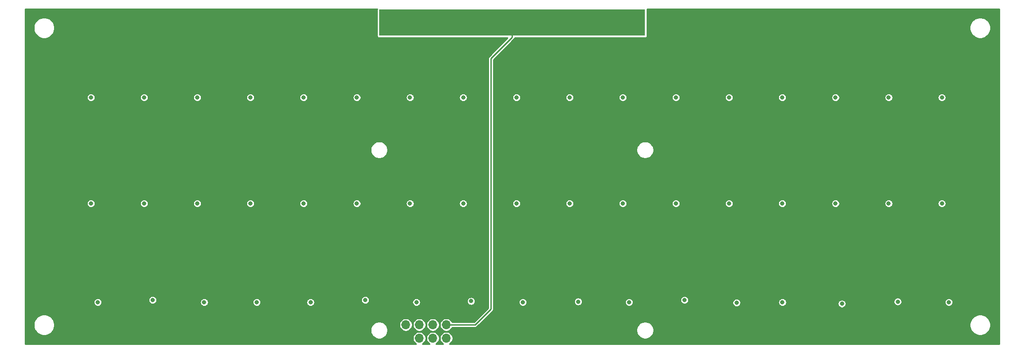
<source format=gbr>
G04 #@! TF.GenerationSoftware,KiCad,Pcbnew,(5.1.5-0-10_14)*
G04 #@! TF.CreationDate,2020-04-22T23:35:31+01:00*
G04 #@! TF.ProjectId,Display,44697370-6c61-4792-9e6b-696361645f70,rev?*
G04 #@! TF.SameCoordinates,Original*
G04 #@! TF.FileFunction,Copper,L4,Bot*
G04 #@! TF.FilePolarity,Positive*
%FSLAX46Y46*%
G04 Gerber Fmt 4.6, Leading zero omitted, Abs format (unit mm)*
G04 Created by KiCad (PCBNEW (5.1.5-0-10_14)) date 2020-04-22 23:35:31*
%MOMM*%
%LPD*%
G04 APERTURE LIST*
%ADD10O,1.700000X1.700000*%
%ADD11R,1.700000X1.700000*%
%ADD12R,50.000000X5.000000*%
%ADD13C,0.800000*%
%ADD14C,0.250000*%
%ADD15C,0.254000*%
G04 APERTURE END LIST*
D10*
X107620000Y-87960000D03*
X107620000Y-90500000D03*
X105080000Y-87960000D03*
X105080000Y-90500000D03*
X102540000Y-87960000D03*
X102540000Y-90500000D03*
X100000000Y-87960000D03*
D11*
X100000000Y-90500000D03*
D12*
X120000000Y-31000000D03*
D13*
X42400000Y-46600000D03*
X38100000Y-43700000D03*
X48100000Y-43700000D03*
X58100000Y-43700000D03*
X68100000Y-43700000D03*
X78100000Y-43700000D03*
X88100000Y-43700000D03*
X98100000Y-43700000D03*
X108100000Y-43700000D03*
X118100000Y-43700000D03*
X128100000Y-43700000D03*
X138100000Y-43700000D03*
X148100000Y-43700000D03*
X158100000Y-43700000D03*
X168100000Y-43700000D03*
X178100000Y-43700000D03*
X188100000Y-43700000D03*
X198100000Y-43700000D03*
X38100000Y-63700000D03*
X48100000Y-63700000D03*
X58100000Y-63700000D03*
X68100000Y-63700000D03*
X78100000Y-63700000D03*
X88100000Y-63700000D03*
X98100000Y-63700000D03*
X108100000Y-63700000D03*
X118100000Y-63700000D03*
X128100000Y-63700000D03*
X138100000Y-63700000D03*
X148100000Y-63700000D03*
X158100000Y-63700000D03*
X168100000Y-63700000D03*
X178100000Y-63700000D03*
X188100000Y-63700000D03*
X198100000Y-63700000D03*
X38100000Y-83700000D03*
X58100000Y-83700000D03*
X68100000Y-83700000D03*
X78100000Y-83700000D03*
X98100000Y-83700000D03*
X108100000Y-83700000D03*
X118100000Y-83700000D03*
X128100000Y-83700000D03*
X138100000Y-83700000D03*
X148100000Y-83700000D03*
X158100000Y-83700000D03*
X168100000Y-83700000D03*
X178100000Y-83700000D03*
X188100000Y-83700000D03*
X198100000Y-83700000D03*
X52400000Y-46600000D03*
X62400000Y-46600000D03*
X72400000Y-46600000D03*
X82400000Y-46600000D03*
X92400000Y-46600000D03*
X102400000Y-46600000D03*
X112400000Y-46600000D03*
X122400000Y-46600000D03*
X132400000Y-46600000D03*
X142400000Y-46600000D03*
X152400000Y-46600000D03*
X162400000Y-46600000D03*
X172400000Y-46600000D03*
X182400000Y-46600000D03*
X192400000Y-46600000D03*
X202400000Y-46600000D03*
X42400000Y-66600000D03*
X52400000Y-66600000D03*
X62400000Y-66600000D03*
X72400000Y-66600000D03*
X82400000Y-66600000D03*
X92400000Y-66600000D03*
X102400000Y-66600000D03*
X112400000Y-66600000D03*
X122400000Y-66600000D03*
X132400000Y-66600000D03*
X142400000Y-66600000D03*
X152400000Y-66600000D03*
X162400000Y-66600000D03*
X172400000Y-66600000D03*
X182400000Y-66600000D03*
X192400000Y-66600000D03*
X202400000Y-66600000D03*
X116300000Y-91000000D03*
X47600000Y-83300000D03*
X87700000Y-83300000D03*
X108100000Y-83700000D03*
X40800000Y-45100000D03*
X50800000Y-45100000D03*
X60800000Y-45100000D03*
X70800000Y-45100000D03*
X80800000Y-45100000D03*
X90800000Y-45100000D03*
X100800000Y-45100000D03*
X110800000Y-45100000D03*
X120800000Y-45100000D03*
X130800000Y-45100000D03*
X140800000Y-45100000D03*
X150800000Y-45100000D03*
X160800000Y-45100000D03*
X170800000Y-45100000D03*
X180800000Y-45100000D03*
X190800000Y-45100000D03*
X200800000Y-45100000D03*
X40800000Y-65100000D03*
X50800000Y-65100000D03*
X60800000Y-65100000D03*
X70800000Y-65100000D03*
X80800000Y-65100000D03*
X90800000Y-65100000D03*
X100800000Y-65100000D03*
X110800000Y-65100000D03*
X120800000Y-65100000D03*
X130800000Y-65100000D03*
X140800000Y-65100000D03*
X150800000Y-65100000D03*
X160800000Y-65100000D03*
X170800000Y-65100000D03*
X180800000Y-65100000D03*
X190800000Y-65100000D03*
X200800000Y-65100000D03*
X42099996Y-83700000D03*
X62100000Y-83699996D03*
X72000000Y-83699998D03*
X82100000Y-83700000D03*
X52400000Y-83300000D03*
X92400000Y-83300000D03*
X102000000Y-83700000D03*
X112300000Y-83500000D03*
X122000000Y-83700000D03*
X132400000Y-83600000D03*
X142000000Y-83700000D03*
X152400000Y-83300000D03*
X162200000Y-83800000D03*
X192500000Y-83600000D03*
X202100000Y-83700000D03*
X170817500Y-83700000D03*
X182000000Y-84000000D03*
D14*
X120160000Y-32600000D02*
X120000000Y-32760000D01*
X116000000Y-37750000D02*
X120000000Y-33750000D01*
X120000000Y-33750000D02*
X120000000Y-31000000D01*
X116000000Y-85000000D02*
X116000000Y-37750000D01*
X113040000Y-87960000D02*
X116000000Y-85000000D01*
X107620000Y-87960000D02*
X113040000Y-87960000D01*
D15*
G36*
X94621176Y-28500000D02*
G01*
X94621176Y-33500000D01*
X94628455Y-33573905D01*
X94650012Y-33644970D01*
X94685019Y-33710463D01*
X94732131Y-33767869D01*
X94789537Y-33814981D01*
X94855030Y-33849988D01*
X94926095Y-33871545D01*
X95000000Y-33878824D01*
X119161241Y-33878824D01*
X115662463Y-37377603D01*
X115643317Y-37393316D01*
X115627604Y-37412462D01*
X115627601Y-37412465D01*
X115580584Y-37469755D01*
X115533970Y-37556964D01*
X115505265Y-37651591D01*
X115495573Y-37750000D01*
X115498001Y-37774653D01*
X115498000Y-84792065D01*
X112832066Y-87458000D01*
X108740160Y-87458000D01*
X108707353Y-87378798D01*
X108573073Y-87177833D01*
X108402167Y-87006927D01*
X108201202Y-86872647D01*
X107977903Y-86780153D01*
X107740849Y-86733000D01*
X107499151Y-86733000D01*
X107262097Y-86780153D01*
X107038798Y-86872647D01*
X106837833Y-87006927D01*
X106666927Y-87177833D01*
X106532647Y-87378798D01*
X106440153Y-87602097D01*
X106393000Y-87839151D01*
X106393000Y-88080849D01*
X106440153Y-88317903D01*
X106532647Y-88541202D01*
X106666927Y-88742167D01*
X106837833Y-88913073D01*
X107038798Y-89047353D01*
X107262097Y-89139847D01*
X107499151Y-89187000D01*
X107740849Y-89187000D01*
X107977903Y-89139847D01*
X108201202Y-89047353D01*
X108402167Y-88913073D01*
X108475485Y-88839755D01*
X143373000Y-88839755D01*
X143373000Y-89160245D01*
X143435525Y-89474578D01*
X143558172Y-89770673D01*
X143736227Y-90037152D01*
X143962848Y-90263773D01*
X144229327Y-90441828D01*
X144525422Y-90564475D01*
X144839755Y-90627000D01*
X145160245Y-90627000D01*
X145474578Y-90564475D01*
X145770673Y-90441828D01*
X146037152Y-90263773D01*
X146263773Y-90037152D01*
X146441828Y-89770673D01*
X146564475Y-89474578D01*
X146627000Y-89160245D01*
X146627000Y-88839755D01*
X146564475Y-88525422D01*
X146441828Y-88229327D01*
X146263773Y-87962848D01*
X146106207Y-87805282D01*
X206023000Y-87805282D01*
X206023000Y-88194718D01*
X206098975Y-88576670D01*
X206248005Y-88936461D01*
X206464364Y-89260264D01*
X206739736Y-89535636D01*
X207063539Y-89751995D01*
X207423330Y-89901025D01*
X207805282Y-89977000D01*
X208194718Y-89977000D01*
X208576670Y-89901025D01*
X208936461Y-89751995D01*
X209260264Y-89535636D01*
X209535636Y-89260264D01*
X209751995Y-88936461D01*
X209901025Y-88576670D01*
X209977000Y-88194718D01*
X209977000Y-87805282D01*
X209901025Y-87423330D01*
X209751995Y-87063539D01*
X209535636Y-86739736D01*
X209260264Y-86464364D01*
X208936461Y-86248005D01*
X208576670Y-86098975D01*
X208194718Y-86023000D01*
X207805282Y-86023000D01*
X207423330Y-86098975D01*
X207063539Y-86248005D01*
X206739736Y-86464364D01*
X206464364Y-86739736D01*
X206248005Y-87063539D01*
X206098975Y-87423330D01*
X206023000Y-87805282D01*
X146106207Y-87805282D01*
X146037152Y-87736227D01*
X145770673Y-87558172D01*
X145474578Y-87435525D01*
X145160245Y-87373000D01*
X144839755Y-87373000D01*
X144525422Y-87435525D01*
X144229327Y-87558172D01*
X143962848Y-87736227D01*
X143736227Y-87962848D01*
X143558172Y-88229327D01*
X143435525Y-88525422D01*
X143373000Y-88839755D01*
X108475485Y-88839755D01*
X108573073Y-88742167D01*
X108707353Y-88541202D01*
X108740160Y-88462000D01*
X113015357Y-88462000D01*
X113040000Y-88464427D01*
X113064643Y-88462000D01*
X113064653Y-88462000D01*
X113138409Y-88454736D01*
X113233036Y-88426031D01*
X113320245Y-88379417D01*
X113396684Y-88316684D01*
X113412402Y-88297532D01*
X116337538Y-85372397D01*
X116356684Y-85356684D01*
X116419417Y-85280245D01*
X116466031Y-85193036D01*
X116494736Y-85098409D01*
X116502000Y-85024653D01*
X116502000Y-85024644D01*
X116504427Y-85000001D01*
X116502000Y-84975358D01*
X116502000Y-83623472D01*
X121223000Y-83623472D01*
X121223000Y-83776528D01*
X121252859Y-83926643D01*
X121311431Y-84068048D01*
X121396464Y-84195309D01*
X121504691Y-84303536D01*
X121631952Y-84388569D01*
X121773357Y-84447141D01*
X121923472Y-84477000D01*
X122076528Y-84477000D01*
X122226643Y-84447141D01*
X122368048Y-84388569D01*
X122495309Y-84303536D01*
X122603536Y-84195309D01*
X122688569Y-84068048D01*
X122747141Y-83926643D01*
X122777000Y-83776528D01*
X122777000Y-83623472D01*
X122757110Y-83523472D01*
X131623000Y-83523472D01*
X131623000Y-83676528D01*
X131652859Y-83826643D01*
X131711431Y-83968048D01*
X131796464Y-84095309D01*
X131904691Y-84203536D01*
X132031952Y-84288569D01*
X132173357Y-84347141D01*
X132323472Y-84377000D01*
X132476528Y-84377000D01*
X132626643Y-84347141D01*
X132768048Y-84288569D01*
X132895309Y-84203536D01*
X133003536Y-84095309D01*
X133088569Y-83968048D01*
X133147141Y-83826643D01*
X133177000Y-83676528D01*
X133177000Y-83623472D01*
X141223000Y-83623472D01*
X141223000Y-83776528D01*
X141252859Y-83926643D01*
X141311431Y-84068048D01*
X141396464Y-84195309D01*
X141504691Y-84303536D01*
X141631952Y-84388569D01*
X141773357Y-84447141D01*
X141923472Y-84477000D01*
X142076528Y-84477000D01*
X142226643Y-84447141D01*
X142368048Y-84388569D01*
X142495309Y-84303536D01*
X142603536Y-84195309D01*
X142688569Y-84068048D01*
X142747141Y-83926643D01*
X142777000Y-83776528D01*
X142777000Y-83623472D01*
X142747141Y-83473357D01*
X142688569Y-83331952D01*
X142616086Y-83223472D01*
X151623000Y-83223472D01*
X151623000Y-83376528D01*
X151652859Y-83526643D01*
X151711431Y-83668048D01*
X151796464Y-83795309D01*
X151904691Y-83903536D01*
X152031952Y-83988569D01*
X152173357Y-84047141D01*
X152323472Y-84077000D01*
X152476528Y-84077000D01*
X152626643Y-84047141D01*
X152768048Y-83988569D01*
X152895309Y-83903536D01*
X153003536Y-83795309D01*
X153051535Y-83723472D01*
X161423000Y-83723472D01*
X161423000Y-83876528D01*
X161452859Y-84026643D01*
X161511431Y-84168048D01*
X161596464Y-84295309D01*
X161704691Y-84403536D01*
X161831952Y-84488569D01*
X161973357Y-84547141D01*
X162123472Y-84577000D01*
X162276528Y-84577000D01*
X162426643Y-84547141D01*
X162568048Y-84488569D01*
X162695309Y-84403536D01*
X162803536Y-84295309D01*
X162888569Y-84168048D01*
X162947141Y-84026643D01*
X162977000Y-83876528D01*
X162977000Y-83723472D01*
X162957110Y-83623472D01*
X170040500Y-83623472D01*
X170040500Y-83776528D01*
X170070359Y-83926643D01*
X170128931Y-84068048D01*
X170213964Y-84195309D01*
X170322191Y-84303536D01*
X170449452Y-84388569D01*
X170590857Y-84447141D01*
X170740972Y-84477000D01*
X170894028Y-84477000D01*
X171044143Y-84447141D01*
X171185548Y-84388569D01*
X171312809Y-84303536D01*
X171421036Y-84195309D01*
X171506069Y-84068048D01*
X171564641Y-83926643D01*
X171565271Y-83923472D01*
X181223000Y-83923472D01*
X181223000Y-84076528D01*
X181252859Y-84226643D01*
X181311431Y-84368048D01*
X181396464Y-84495309D01*
X181504691Y-84603536D01*
X181631952Y-84688569D01*
X181773357Y-84747141D01*
X181923472Y-84777000D01*
X182076528Y-84777000D01*
X182226643Y-84747141D01*
X182368048Y-84688569D01*
X182495309Y-84603536D01*
X182603536Y-84495309D01*
X182688569Y-84368048D01*
X182747141Y-84226643D01*
X182777000Y-84076528D01*
X182777000Y-83923472D01*
X182747141Y-83773357D01*
X182688569Y-83631952D01*
X182616086Y-83523472D01*
X191723000Y-83523472D01*
X191723000Y-83676528D01*
X191752859Y-83826643D01*
X191811431Y-83968048D01*
X191896464Y-84095309D01*
X192004691Y-84203536D01*
X192131952Y-84288569D01*
X192273357Y-84347141D01*
X192423472Y-84377000D01*
X192576528Y-84377000D01*
X192726643Y-84347141D01*
X192868048Y-84288569D01*
X192995309Y-84203536D01*
X193103536Y-84095309D01*
X193188569Y-83968048D01*
X193247141Y-83826643D01*
X193277000Y-83676528D01*
X193277000Y-83623472D01*
X201323000Y-83623472D01*
X201323000Y-83776528D01*
X201352859Y-83926643D01*
X201411431Y-84068048D01*
X201496464Y-84195309D01*
X201604691Y-84303536D01*
X201731952Y-84388569D01*
X201873357Y-84447141D01*
X202023472Y-84477000D01*
X202176528Y-84477000D01*
X202326643Y-84447141D01*
X202468048Y-84388569D01*
X202595309Y-84303536D01*
X202703536Y-84195309D01*
X202788569Y-84068048D01*
X202847141Y-83926643D01*
X202877000Y-83776528D01*
X202877000Y-83623472D01*
X202847141Y-83473357D01*
X202788569Y-83331952D01*
X202703536Y-83204691D01*
X202595309Y-83096464D01*
X202468048Y-83011431D01*
X202326643Y-82952859D01*
X202176528Y-82923000D01*
X202023472Y-82923000D01*
X201873357Y-82952859D01*
X201731952Y-83011431D01*
X201604691Y-83096464D01*
X201496464Y-83204691D01*
X201411431Y-83331952D01*
X201352859Y-83473357D01*
X201323000Y-83623472D01*
X193277000Y-83623472D01*
X193277000Y-83523472D01*
X193247141Y-83373357D01*
X193188569Y-83231952D01*
X193103536Y-83104691D01*
X192995309Y-82996464D01*
X192868048Y-82911431D01*
X192726643Y-82852859D01*
X192576528Y-82823000D01*
X192423472Y-82823000D01*
X192273357Y-82852859D01*
X192131952Y-82911431D01*
X192004691Y-82996464D01*
X191896464Y-83104691D01*
X191811431Y-83231952D01*
X191752859Y-83373357D01*
X191723000Y-83523472D01*
X182616086Y-83523472D01*
X182603536Y-83504691D01*
X182495309Y-83396464D01*
X182368048Y-83311431D01*
X182226643Y-83252859D01*
X182076528Y-83223000D01*
X181923472Y-83223000D01*
X181773357Y-83252859D01*
X181631952Y-83311431D01*
X181504691Y-83396464D01*
X181396464Y-83504691D01*
X181311431Y-83631952D01*
X181252859Y-83773357D01*
X181223000Y-83923472D01*
X171565271Y-83923472D01*
X171594500Y-83776528D01*
X171594500Y-83623472D01*
X171564641Y-83473357D01*
X171506069Y-83331952D01*
X171421036Y-83204691D01*
X171312809Y-83096464D01*
X171185548Y-83011431D01*
X171044143Y-82952859D01*
X170894028Y-82923000D01*
X170740972Y-82923000D01*
X170590857Y-82952859D01*
X170449452Y-83011431D01*
X170322191Y-83096464D01*
X170213964Y-83204691D01*
X170128931Y-83331952D01*
X170070359Y-83473357D01*
X170040500Y-83623472D01*
X162957110Y-83623472D01*
X162947141Y-83573357D01*
X162888569Y-83431952D01*
X162803536Y-83304691D01*
X162695309Y-83196464D01*
X162568048Y-83111431D01*
X162426643Y-83052859D01*
X162276528Y-83023000D01*
X162123472Y-83023000D01*
X161973357Y-83052859D01*
X161831952Y-83111431D01*
X161704691Y-83196464D01*
X161596464Y-83304691D01*
X161511431Y-83431952D01*
X161452859Y-83573357D01*
X161423000Y-83723472D01*
X153051535Y-83723472D01*
X153088569Y-83668048D01*
X153147141Y-83526643D01*
X153177000Y-83376528D01*
X153177000Y-83223472D01*
X153147141Y-83073357D01*
X153088569Y-82931952D01*
X153003536Y-82804691D01*
X152895309Y-82696464D01*
X152768048Y-82611431D01*
X152626643Y-82552859D01*
X152476528Y-82523000D01*
X152323472Y-82523000D01*
X152173357Y-82552859D01*
X152031952Y-82611431D01*
X151904691Y-82696464D01*
X151796464Y-82804691D01*
X151711431Y-82931952D01*
X151652859Y-83073357D01*
X151623000Y-83223472D01*
X142616086Y-83223472D01*
X142603536Y-83204691D01*
X142495309Y-83096464D01*
X142368048Y-83011431D01*
X142226643Y-82952859D01*
X142076528Y-82923000D01*
X141923472Y-82923000D01*
X141773357Y-82952859D01*
X141631952Y-83011431D01*
X141504691Y-83096464D01*
X141396464Y-83204691D01*
X141311431Y-83331952D01*
X141252859Y-83473357D01*
X141223000Y-83623472D01*
X133177000Y-83623472D01*
X133177000Y-83523472D01*
X133147141Y-83373357D01*
X133088569Y-83231952D01*
X133003536Y-83104691D01*
X132895309Y-82996464D01*
X132768048Y-82911431D01*
X132626643Y-82852859D01*
X132476528Y-82823000D01*
X132323472Y-82823000D01*
X132173357Y-82852859D01*
X132031952Y-82911431D01*
X131904691Y-82996464D01*
X131796464Y-83104691D01*
X131711431Y-83231952D01*
X131652859Y-83373357D01*
X131623000Y-83523472D01*
X122757110Y-83523472D01*
X122747141Y-83473357D01*
X122688569Y-83331952D01*
X122603536Y-83204691D01*
X122495309Y-83096464D01*
X122368048Y-83011431D01*
X122226643Y-82952859D01*
X122076528Y-82923000D01*
X121923472Y-82923000D01*
X121773357Y-82952859D01*
X121631952Y-83011431D01*
X121504691Y-83096464D01*
X121396464Y-83204691D01*
X121311431Y-83331952D01*
X121252859Y-83473357D01*
X121223000Y-83623472D01*
X116502000Y-83623472D01*
X116502000Y-65023472D01*
X120023000Y-65023472D01*
X120023000Y-65176528D01*
X120052859Y-65326643D01*
X120111431Y-65468048D01*
X120196464Y-65595309D01*
X120304691Y-65703536D01*
X120431952Y-65788569D01*
X120573357Y-65847141D01*
X120723472Y-65877000D01*
X120876528Y-65877000D01*
X121026643Y-65847141D01*
X121168048Y-65788569D01*
X121295309Y-65703536D01*
X121403536Y-65595309D01*
X121488569Y-65468048D01*
X121547141Y-65326643D01*
X121577000Y-65176528D01*
X121577000Y-65023472D01*
X130023000Y-65023472D01*
X130023000Y-65176528D01*
X130052859Y-65326643D01*
X130111431Y-65468048D01*
X130196464Y-65595309D01*
X130304691Y-65703536D01*
X130431952Y-65788569D01*
X130573357Y-65847141D01*
X130723472Y-65877000D01*
X130876528Y-65877000D01*
X131026643Y-65847141D01*
X131168048Y-65788569D01*
X131295309Y-65703536D01*
X131403536Y-65595309D01*
X131488569Y-65468048D01*
X131547141Y-65326643D01*
X131577000Y-65176528D01*
X131577000Y-65023472D01*
X140023000Y-65023472D01*
X140023000Y-65176528D01*
X140052859Y-65326643D01*
X140111431Y-65468048D01*
X140196464Y-65595309D01*
X140304691Y-65703536D01*
X140431952Y-65788569D01*
X140573357Y-65847141D01*
X140723472Y-65877000D01*
X140876528Y-65877000D01*
X141026643Y-65847141D01*
X141168048Y-65788569D01*
X141295309Y-65703536D01*
X141403536Y-65595309D01*
X141488569Y-65468048D01*
X141547141Y-65326643D01*
X141577000Y-65176528D01*
X141577000Y-65023472D01*
X150023000Y-65023472D01*
X150023000Y-65176528D01*
X150052859Y-65326643D01*
X150111431Y-65468048D01*
X150196464Y-65595309D01*
X150304691Y-65703536D01*
X150431952Y-65788569D01*
X150573357Y-65847141D01*
X150723472Y-65877000D01*
X150876528Y-65877000D01*
X151026643Y-65847141D01*
X151168048Y-65788569D01*
X151295309Y-65703536D01*
X151403536Y-65595309D01*
X151488569Y-65468048D01*
X151547141Y-65326643D01*
X151577000Y-65176528D01*
X151577000Y-65023472D01*
X160023000Y-65023472D01*
X160023000Y-65176528D01*
X160052859Y-65326643D01*
X160111431Y-65468048D01*
X160196464Y-65595309D01*
X160304691Y-65703536D01*
X160431952Y-65788569D01*
X160573357Y-65847141D01*
X160723472Y-65877000D01*
X160876528Y-65877000D01*
X161026643Y-65847141D01*
X161168048Y-65788569D01*
X161295309Y-65703536D01*
X161403536Y-65595309D01*
X161488569Y-65468048D01*
X161547141Y-65326643D01*
X161577000Y-65176528D01*
X161577000Y-65023472D01*
X170023000Y-65023472D01*
X170023000Y-65176528D01*
X170052859Y-65326643D01*
X170111431Y-65468048D01*
X170196464Y-65595309D01*
X170304691Y-65703536D01*
X170431952Y-65788569D01*
X170573357Y-65847141D01*
X170723472Y-65877000D01*
X170876528Y-65877000D01*
X171026643Y-65847141D01*
X171168048Y-65788569D01*
X171295309Y-65703536D01*
X171403536Y-65595309D01*
X171488569Y-65468048D01*
X171547141Y-65326643D01*
X171577000Y-65176528D01*
X171577000Y-65023472D01*
X180023000Y-65023472D01*
X180023000Y-65176528D01*
X180052859Y-65326643D01*
X180111431Y-65468048D01*
X180196464Y-65595309D01*
X180304691Y-65703536D01*
X180431952Y-65788569D01*
X180573357Y-65847141D01*
X180723472Y-65877000D01*
X180876528Y-65877000D01*
X181026643Y-65847141D01*
X181168048Y-65788569D01*
X181295309Y-65703536D01*
X181403536Y-65595309D01*
X181488569Y-65468048D01*
X181547141Y-65326643D01*
X181577000Y-65176528D01*
X181577000Y-65023472D01*
X190023000Y-65023472D01*
X190023000Y-65176528D01*
X190052859Y-65326643D01*
X190111431Y-65468048D01*
X190196464Y-65595309D01*
X190304691Y-65703536D01*
X190431952Y-65788569D01*
X190573357Y-65847141D01*
X190723472Y-65877000D01*
X190876528Y-65877000D01*
X191026643Y-65847141D01*
X191168048Y-65788569D01*
X191295309Y-65703536D01*
X191403536Y-65595309D01*
X191488569Y-65468048D01*
X191547141Y-65326643D01*
X191577000Y-65176528D01*
X191577000Y-65023472D01*
X200023000Y-65023472D01*
X200023000Y-65176528D01*
X200052859Y-65326643D01*
X200111431Y-65468048D01*
X200196464Y-65595309D01*
X200304691Y-65703536D01*
X200431952Y-65788569D01*
X200573357Y-65847141D01*
X200723472Y-65877000D01*
X200876528Y-65877000D01*
X201026643Y-65847141D01*
X201168048Y-65788569D01*
X201295309Y-65703536D01*
X201403536Y-65595309D01*
X201488569Y-65468048D01*
X201547141Y-65326643D01*
X201577000Y-65176528D01*
X201577000Y-65023472D01*
X201547141Y-64873357D01*
X201488569Y-64731952D01*
X201403536Y-64604691D01*
X201295309Y-64496464D01*
X201168048Y-64411431D01*
X201026643Y-64352859D01*
X200876528Y-64323000D01*
X200723472Y-64323000D01*
X200573357Y-64352859D01*
X200431952Y-64411431D01*
X200304691Y-64496464D01*
X200196464Y-64604691D01*
X200111431Y-64731952D01*
X200052859Y-64873357D01*
X200023000Y-65023472D01*
X191577000Y-65023472D01*
X191547141Y-64873357D01*
X191488569Y-64731952D01*
X191403536Y-64604691D01*
X191295309Y-64496464D01*
X191168048Y-64411431D01*
X191026643Y-64352859D01*
X190876528Y-64323000D01*
X190723472Y-64323000D01*
X190573357Y-64352859D01*
X190431952Y-64411431D01*
X190304691Y-64496464D01*
X190196464Y-64604691D01*
X190111431Y-64731952D01*
X190052859Y-64873357D01*
X190023000Y-65023472D01*
X181577000Y-65023472D01*
X181547141Y-64873357D01*
X181488569Y-64731952D01*
X181403536Y-64604691D01*
X181295309Y-64496464D01*
X181168048Y-64411431D01*
X181026643Y-64352859D01*
X180876528Y-64323000D01*
X180723472Y-64323000D01*
X180573357Y-64352859D01*
X180431952Y-64411431D01*
X180304691Y-64496464D01*
X180196464Y-64604691D01*
X180111431Y-64731952D01*
X180052859Y-64873357D01*
X180023000Y-65023472D01*
X171577000Y-65023472D01*
X171547141Y-64873357D01*
X171488569Y-64731952D01*
X171403536Y-64604691D01*
X171295309Y-64496464D01*
X171168048Y-64411431D01*
X171026643Y-64352859D01*
X170876528Y-64323000D01*
X170723472Y-64323000D01*
X170573357Y-64352859D01*
X170431952Y-64411431D01*
X170304691Y-64496464D01*
X170196464Y-64604691D01*
X170111431Y-64731952D01*
X170052859Y-64873357D01*
X170023000Y-65023472D01*
X161577000Y-65023472D01*
X161547141Y-64873357D01*
X161488569Y-64731952D01*
X161403536Y-64604691D01*
X161295309Y-64496464D01*
X161168048Y-64411431D01*
X161026643Y-64352859D01*
X160876528Y-64323000D01*
X160723472Y-64323000D01*
X160573357Y-64352859D01*
X160431952Y-64411431D01*
X160304691Y-64496464D01*
X160196464Y-64604691D01*
X160111431Y-64731952D01*
X160052859Y-64873357D01*
X160023000Y-65023472D01*
X151577000Y-65023472D01*
X151547141Y-64873357D01*
X151488569Y-64731952D01*
X151403536Y-64604691D01*
X151295309Y-64496464D01*
X151168048Y-64411431D01*
X151026643Y-64352859D01*
X150876528Y-64323000D01*
X150723472Y-64323000D01*
X150573357Y-64352859D01*
X150431952Y-64411431D01*
X150304691Y-64496464D01*
X150196464Y-64604691D01*
X150111431Y-64731952D01*
X150052859Y-64873357D01*
X150023000Y-65023472D01*
X141577000Y-65023472D01*
X141547141Y-64873357D01*
X141488569Y-64731952D01*
X141403536Y-64604691D01*
X141295309Y-64496464D01*
X141168048Y-64411431D01*
X141026643Y-64352859D01*
X140876528Y-64323000D01*
X140723472Y-64323000D01*
X140573357Y-64352859D01*
X140431952Y-64411431D01*
X140304691Y-64496464D01*
X140196464Y-64604691D01*
X140111431Y-64731952D01*
X140052859Y-64873357D01*
X140023000Y-65023472D01*
X131577000Y-65023472D01*
X131547141Y-64873357D01*
X131488569Y-64731952D01*
X131403536Y-64604691D01*
X131295309Y-64496464D01*
X131168048Y-64411431D01*
X131026643Y-64352859D01*
X130876528Y-64323000D01*
X130723472Y-64323000D01*
X130573357Y-64352859D01*
X130431952Y-64411431D01*
X130304691Y-64496464D01*
X130196464Y-64604691D01*
X130111431Y-64731952D01*
X130052859Y-64873357D01*
X130023000Y-65023472D01*
X121577000Y-65023472D01*
X121547141Y-64873357D01*
X121488569Y-64731952D01*
X121403536Y-64604691D01*
X121295309Y-64496464D01*
X121168048Y-64411431D01*
X121026643Y-64352859D01*
X120876528Y-64323000D01*
X120723472Y-64323000D01*
X120573357Y-64352859D01*
X120431952Y-64411431D01*
X120304691Y-64496464D01*
X120196464Y-64604691D01*
X120111431Y-64731952D01*
X120052859Y-64873357D01*
X120023000Y-65023472D01*
X116502000Y-65023472D01*
X116502000Y-54839755D01*
X143373000Y-54839755D01*
X143373000Y-55160245D01*
X143435525Y-55474578D01*
X143558172Y-55770673D01*
X143736227Y-56037152D01*
X143962848Y-56263773D01*
X144229327Y-56441828D01*
X144525422Y-56564475D01*
X144839755Y-56627000D01*
X145160245Y-56627000D01*
X145474578Y-56564475D01*
X145770673Y-56441828D01*
X146037152Y-56263773D01*
X146263773Y-56037152D01*
X146441828Y-55770673D01*
X146564475Y-55474578D01*
X146627000Y-55160245D01*
X146627000Y-54839755D01*
X146564475Y-54525422D01*
X146441828Y-54229327D01*
X146263773Y-53962848D01*
X146037152Y-53736227D01*
X145770673Y-53558172D01*
X145474578Y-53435525D01*
X145160245Y-53373000D01*
X144839755Y-53373000D01*
X144525422Y-53435525D01*
X144229327Y-53558172D01*
X143962848Y-53736227D01*
X143736227Y-53962848D01*
X143558172Y-54229327D01*
X143435525Y-54525422D01*
X143373000Y-54839755D01*
X116502000Y-54839755D01*
X116502000Y-45023472D01*
X120023000Y-45023472D01*
X120023000Y-45176528D01*
X120052859Y-45326643D01*
X120111431Y-45468048D01*
X120196464Y-45595309D01*
X120304691Y-45703536D01*
X120431952Y-45788569D01*
X120573357Y-45847141D01*
X120723472Y-45877000D01*
X120876528Y-45877000D01*
X121026643Y-45847141D01*
X121168048Y-45788569D01*
X121295309Y-45703536D01*
X121403536Y-45595309D01*
X121488569Y-45468048D01*
X121547141Y-45326643D01*
X121577000Y-45176528D01*
X121577000Y-45023472D01*
X130023000Y-45023472D01*
X130023000Y-45176528D01*
X130052859Y-45326643D01*
X130111431Y-45468048D01*
X130196464Y-45595309D01*
X130304691Y-45703536D01*
X130431952Y-45788569D01*
X130573357Y-45847141D01*
X130723472Y-45877000D01*
X130876528Y-45877000D01*
X131026643Y-45847141D01*
X131168048Y-45788569D01*
X131295309Y-45703536D01*
X131403536Y-45595309D01*
X131488569Y-45468048D01*
X131547141Y-45326643D01*
X131577000Y-45176528D01*
X131577000Y-45023472D01*
X140023000Y-45023472D01*
X140023000Y-45176528D01*
X140052859Y-45326643D01*
X140111431Y-45468048D01*
X140196464Y-45595309D01*
X140304691Y-45703536D01*
X140431952Y-45788569D01*
X140573357Y-45847141D01*
X140723472Y-45877000D01*
X140876528Y-45877000D01*
X141026643Y-45847141D01*
X141168048Y-45788569D01*
X141295309Y-45703536D01*
X141403536Y-45595309D01*
X141488569Y-45468048D01*
X141547141Y-45326643D01*
X141577000Y-45176528D01*
X141577000Y-45023472D01*
X150023000Y-45023472D01*
X150023000Y-45176528D01*
X150052859Y-45326643D01*
X150111431Y-45468048D01*
X150196464Y-45595309D01*
X150304691Y-45703536D01*
X150431952Y-45788569D01*
X150573357Y-45847141D01*
X150723472Y-45877000D01*
X150876528Y-45877000D01*
X151026643Y-45847141D01*
X151168048Y-45788569D01*
X151295309Y-45703536D01*
X151403536Y-45595309D01*
X151488569Y-45468048D01*
X151547141Y-45326643D01*
X151577000Y-45176528D01*
X151577000Y-45023472D01*
X160023000Y-45023472D01*
X160023000Y-45176528D01*
X160052859Y-45326643D01*
X160111431Y-45468048D01*
X160196464Y-45595309D01*
X160304691Y-45703536D01*
X160431952Y-45788569D01*
X160573357Y-45847141D01*
X160723472Y-45877000D01*
X160876528Y-45877000D01*
X161026643Y-45847141D01*
X161168048Y-45788569D01*
X161295309Y-45703536D01*
X161403536Y-45595309D01*
X161488569Y-45468048D01*
X161547141Y-45326643D01*
X161577000Y-45176528D01*
X161577000Y-45023472D01*
X170023000Y-45023472D01*
X170023000Y-45176528D01*
X170052859Y-45326643D01*
X170111431Y-45468048D01*
X170196464Y-45595309D01*
X170304691Y-45703536D01*
X170431952Y-45788569D01*
X170573357Y-45847141D01*
X170723472Y-45877000D01*
X170876528Y-45877000D01*
X171026643Y-45847141D01*
X171168048Y-45788569D01*
X171295309Y-45703536D01*
X171403536Y-45595309D01*
X171488569Y-45468048D01*
X171547141Y-45326643D01*
X171577000Y-45176528D01*
X171577000Y-45023472D01*
X180023000Y-45023472D01*
X180023000Y-45176528D01*
X180052859Y-45326643D01*
X180111431Y-45468048D01*
X180196464Y-45595309D01*
X180304691Y-45703536D01*
X180431952Y-45788569D01*
X180573357Y-45847141D01*
X180723472Y-45877000D01*
X180876528Y-45877000D01*
X181026643Y-45847141D01*
X181168048Y-45788569D01*
X181295309Y-45703536D01*
X181403536Y-45595309D01*
X181488569Y-45468048D01*
X181547141Y-45326643D01*
X181577000Y-45176528D01*
X181577000Y-45023472D01*
X190023000Y-45023472D01*
X190023000Y-45176528D01*
X190052859Y-45326643D01*
X190111431Y-45468048D01*
X190196464Y-45595309D01*
X190304691Y-45703536D01*
X190431952Y-45788569D01*
X190573357Y-45847141D01*
X190723472Y-45877000D01*
X190876528Y-45877000D01*
X191026643Y-45847141D01*
X191168048Y-45788569D01*
X191295309Y-45703536D01*
X191403536Y-45595309D01*
X191488569Y-45468048D01*
X191547141Y-45326643D01*
X191577000Y-45176528D01*
X191577000Y-45023472D01*
X200023000Y-45023472D01*
X200023000Y-45176528D01*
X200052859Y-45326643D01*
X200111431Y-45468048D01*
X200196464Y-45595309D01*
X200304691Y-45703536D01*
X200431952Y-45788569D01*
X200573357Y-45847141D01*
X200723472Y-45877000D01*
X200876528Y-45877000D01*
X201026643Y-45847141D01*
X201168048Y-45788569D01*
X201295309Y-45703536D01*
X201403536Y-45595309D01*
X201488569Y-45468048D01*
X201547141Y-45326643D01*
X201577000Y-45176528D01*
X201577000Y-45023472D01*
X201547141Y-44873357D01*
X201488569Y-44731952D01*
X201403536Y-44604691D01*
X201295309Y-44496464D01*
X201168048Y-44411431D01*
X201026643Y-44352859D01*
X200876528Y-44323000D01*
X200723472Y-44323000D01*
X200573357Y-44352859D01*
X200431952Y-44411431D01*
X200304691Y-44496464D01*
X200196464Y-44604691D01*
X200111431Y-44731952D01*
X200052859Y-44873357D01*
X200023000Y-45023472D01*
X191577000Y-45023472D01*
X191547141Y-44873357D01*
X191488569Y-44731952D01*
X191403536Y-44604691D01*
X191295309Y-44496464D01*
X191168048Y-44411431D01*
X191026643Y-44352859D01*
X190876528Y-44323000D01*
X190723472Y-44323000D01*
X190573357Y-44352859D01*
X190431952Y-44411431D01*
X190304691Y-44496464D01*
X190196464Y-44604691D01*
X190111431Y-44731952D01*
X190052859Y-44873357D01*
X190023000Y-45023472D01*
X181577000Y-45023472D01*
X181547141Y-44873357D01*
X181488569Y-44731952D01*
X181403536Y-44604691D01*
X181295309Y-44496464D01*
X181168048Y-44411431D01*
X181026643Y-44352859D01*
X180876528Y-44323000D01*
X180723472Y-44323000D01*
X180573357Y-44352859D01*
X180431952Y-44411431D01*
X180304691Y-44496464D01*
X180196464Y-44604691D01*
X180111431Y-44731952D01*
X180052859Y-44873357D01*
X180023000Y-45023472D01*
X171577000Y-45023472D01*
X171547141Y-44873357D01*
X171488569Y-44731952D01*
X171403536Y-44604691D01*
X171295309Y-44496464D01*
X171168048Y-44411431D01*
X171026643Y-44352859D01*
X170876528Y-44323000D01*
X170723472Y-44323000D01*
X170573357Y-44352859D01*
X170431952Y-44411431D01*
X170304691Y-44496464D01*
X170196464Y-44604691D01*
X170111431Y-44731952D01*
X170052859Y-44873357D01*
X170023000Y-45023472D01*
X161577000Y-45023472D01*
X161547141Y-44873357D01*
X161488569Y-44731952D01*
X161403536Y-44604691D01*
X161295309Y-44496464D01*
X161168048Y-44411431D01*
X161026643Y-44352859D01*
X160876528Y-44323000D01*
X160723472Y-44323000D01*
X160573357Y-44352859D01*
X160431952Y-44411431D01*
X160304691Y-44496464D01*
X160196464Y-44604691D01*
X160111431Y-44731952D01*
X160052859Y-44873357D01*
X160023000Y-45023472D01*
X151577000Y-45023472D01*
X151547141Y-44873357D01*
X151488569Y-44731952D01*
X151403536Y-44604691D01*
X151295309Y-44496464D01*
X151168048Y-44411431D01*
X151026643Y-44352859D01*
X150876528Y-44323000D01*
X150723472Y-44323000D01*
X150573357Y-44352859D01*
X150431952Y-44411431D01*
X150304691Y-44496464D01*
X150196464Y-44604691D01*
X150111431Y-44731952D01*
X150052859Y-44873357D01*
X150023000Y-45023472D01*
X141577000Y-45023472D01*
X141547141Y-44873357D01*
X141488569Y-44731952D01*
X141403536Y-44604691D01*
X141295309Y-44496464D01*
X141168048Y-44411431D01*
X141026643Y-44352859D01*
X140876528Y-44323000D01*
X140723472Y-44323000D01*
X140573357Y-44352859D01*
X140431952Y-44411431D01*
X140304691Y-44496464D01*
X140196464Y-44604691D01*
X140111431Y-44731952D01*
X140052859Y-44873357D01*
X140023000Y-45023472D01*
X131577000Y-45023472D01*
X131547141Y-44873357D01*
X131488569Y-44731952D01*
X131403536Y-44604691D01*
X131295309Y-44496464D01*
X131168048Y-44411431D01*
X131026643Y-44352859D01*
X130876528Y-44323000D01*
X130723472Y-44323000D01*
X130573357Y-44352859D01*
X130431952Y-44411431D01*
X130304691Y-44496464D01*
X130196464Y-44604691D01*
X130111431Y-44731952D01*
X130052859Y-44873357D01*
X130023000Y-45023472D01*
X121577000Y-45023472D01*
X121547141Y-44873357D01*
X121488569Y-44731952D01*
X121403536Y-44604691D01*
X121295309Y-44496464D01*
X121168048Y-44411431D01*
X121026643Y-44352859D01*
X120876528Y-44323000D01*
X120723472Y-44323000D01*
X120573357Y-44352859D01*
X120431952Y-44411431D01*
X120304691Y-44496464D01*
X120196464Y-44604691D01*
X120111431Y-44731952D01*
X120052859Y-44873357D01*
X120023000Y-45023472D01*
X116502000Y-45023472D01*
X116502000Y-37957934D01*
X120337538Y-34122397D01*
X120356684Y-34106684D01*
X120419417Y-34030245D01*
X120466031Y-33943036D01*
X120485510Y-33878824D01*
X145000000Y-33878824D01*
X145073905Y-33871545D01*
X145144970Y-33849988D01*
X145210463Y-33814981D01*
X145267869Y-33767869D01*
X145314981Y-33710463D01*
X145349988Y-33644970D01*
X145371545Y-33573905D01*
X145378824Y-33500000D01*
X145378824Y-31805282D01*
X206023000Y-31805282D01*
X206023000Y-32194718D01*
X206098975Y-32576670D01*
X206248005Y-32936461D01*
X206464364Y-33260264D01*
X206739736Y-33535636D01*
X207063539Y-33751995D01*
X207423330Y-33901025D01*
X207805282Y-33977000D01*
X208194718Y-33977000D01*
X208576670Y-33901025D01*
X208936461Y-33751995D01*
X209260264Y-33535636D01*
X209535636Y-33260264D01*
X209751995Y-32936461D01*
X209901025Y-32576670D01*
X209977000Y-32194718D01*
X209977000Y-31805282D01*
X209901025Y-31423330D01*
X209751995Y-31063539D01*
X209535636Y-30739736D01*
X209260264Y-30464364D01*
X208936461Y-30248005D01*
X208576670Y-30098975D01*
X208194718Y-30023000D01*
X207805282Y-30023000D01*
X207423330Y-30098975D01*
X207063539Y-30248005D01*
X206739736Y-30464364D01*
X206464364Y-30739736D01*
X206248005Y-31063539D01*
X206098975Y-31423330D01*
X206023000Y-31805282D01*
X145378824Y-31805282D01*
X145378824Y-28500000D01*
X145371634Y-28427000D01*
X211573000Y-28427000D01*
X211573001Y-91573000D01*
X108222683Y-91573000D01*
X108402167Y-91453073D01*
X108573073Y-91282167D01*
X108707353Y-91081202D01*
X108799847Y-90857903D01*
X108847000Y-90620849D01*
X108847000Y-90379151D01*
X108799847Y-90142097D01*
X108707353Y-89918798D01*
X108573073Y-89717833D01*
X108402167Y-89546927D01*
X108201202Y-89412647D01*
X107977903Y-89320153D01*
X107740849Y-89273000D01*
X107499151Y-89273000D01*
X107262097Y-89320153D01*
X107038798Y-89412647D01*
X106837833Y-89546927D01*
X106666927Y-89717833D01*
X106532647Y-89918798D01*
X106440153Y-90142097D01*
X106393000Y-90379151D01*
X106393000Y-90620849D01*
X106440153Y-90857903D01*
X106532647Y-91081202D01*
X106666927Y-91282167D01*
X106837833Y-91453073D01*
X107017317Y-91573000D01*
X105682683Y-91573000D01*
X105862167Y-91453073D01*
X106033073Y-91282167D01*
X106167353Y-91081202D01*
X106259847Y-90857903D01*
X106307000Y-90620849D01*
X106307000Y-90379151D01*
X106259847Y-90142097D01*
X106167353Y-89918798D01*
X106033073Y-89717833D01*
X105862167Y-89546927D01*
X105661202Y-89412647D01*
X105437903Y-89320153D01*
X105200849Y-89273000D01*
X104959151Y-89273000D01*
X104722097Y-89320153D01*
X104498798Y-89412647D01*
X104297833Y-89546927D01*
X104126927Y-89717833D01*
X103992647Y-89918798D01*
X103900153Y-90142097D01*
X103853000Y-90379151D01*
X103853000Y-90620849D01*
X103900153Y-90857903D01*
X103992647Y-91081202D01*
X104126927Y-91282167D01*
X104297833Y-91453073D01*
X104477317Y-91573000D01*
X103142683Y-91573000D01*
X103322167Y-91453073D01*
X103493073Y-91282167D01*
X103627353Y-91081202D01*
X103719847Y-90857903D01*
X103767000Y-90620849D01*
X103767000Y-90379151D01*
X103719847Y-90142097D01*
X103627353Y-89918798D01*
X103493073Y-89717833D01*
X103322167Y-89546927D01*
X103121202Y-89412647D01*
X102897903Y-89320153D01*
X102660849Y-89273000D01*
X102419151Y-89273000D01*
X102182097Y-89320153D01*
X101958798Y-89412647D01*
X101757833Y-89546927D01*
X101586927Y-89717833D01*
X101452647Y-89918798D01*
X101360153Y-90142097D01*
X101313000Y-90379151D01*
X101313000Y-90620849D01*
X101360153Y-90857903D01*
X101452647Y-91081202D01*
X101586927Y-91282167D01*
X101757833Y-91453073D01*
X101937317Y-91573000D01*
X28427000Y-91573000D01*
X28427000Y-87805282D01*
X30023000Y-87805282D01*
X30023000Y-88194718D01*
X30098975Y-88576670D01*
X30248005Y-88936461D01*
X30464364Y-89260264D01*
X30739736Y-89535636D01*
X31063539Y-89751995D01*
X31423330Y-89901025D01*
X31805282Y-89977000D01*
X32194718Y-89977000D01*
X32576670Y-89901025D01*
X32936461Y-89751995D01*
X33260264Y-89535636D01*
X33535636Y-89260264D01*
X33751995Y-88936461D01*
X33792051Y-88839755D01*
X93373000Y-88839755D01*
X93373000Y-89160245D01*
X93435525Y-89474578D01*
X93558172Y-89770673D01*
X93736227Y-90037152D01*
X93962848Y-90263773D01*
X94229327Y-90441828D01*
X94525422Y-90564475D01*
X94839755Y-90627000D01*
X95160245Y-90627000D01*
X95474578Y-90564475D01*
X95770673Y-90441828D01*
X96037152Y-90263773D01*
X96263773Y-90037152D01*
X96441828Y-89770673D01*
X96564475Y-89474578D01*
X96627000Y-89160245D01*
X96627000Y-88839755D01*
X96564475Y-88525422D01*
X96441828Y-88229327D01*
X96263773Y-87962848D01*
X96140076Y-87839151D01*
X98773000Y-87839151D01*
X98773000Y-88080849D01*
X98820153Y-88317903D01*
X98912647Y-88541202D01*
X99046927Y-88742167D01*
X99217833Y-88913073D01*
X99418798Y-89047353D01*
X99642097Y-89139847D01*
X99879151Y-89187000D01*
X100120849Y-89187000D01*
X100357903Y-89139847D01*
X100581202Y-89047353D01*
X100782167Y-88913073D01*
X100953073Y-88742167D01*
X101087353Y-88541202D01*
X101179847Y-88317903D01*
X101227000Y-88080849D01*
X101227000Y-87839151D01*
X101313000Y-87839151D01*
X101313000Y-88080849D01*
X101360153Y-88317903D01*
X101452647Y-88541202D01*
X101586927Y-88742167D01*
X101757833Y-88913073D01*
X101958798Y-89047353D01*
X102182097Y-89139847D01*
X102419151Y-89187000D01*
X102660849Y-89187000D01*
X102897903Y-89139847D01*
X103121202Y-89047353D01*
X103322167Y-88913073D01*
X103493073Y-88742167D01*
X103627353Y-88541202D01*
X103719847Y-88317903D01*
X103767000Y-88080849D01*
X103767000Y-87839151D01*
X103853000Y-87839151D01*
X103853000Y-88080849D01*
X103900153Y-88317903D01*
X103992647Y-88541202D01*
X104126927Y-88742167D01*
X104297833Y-88913073D01*
X104498798Y-89047353D01*
X104722097Y-89139847D01*
X104959151Y-89187000D01*
X105200849Y-89187000D01*
X105437903Y-89139847D01*
X105661202Y-89047353D01*
X105862167Y-88913073D01*
X106033073Y-88742167D01*
X106167353Y-88541202D01*
X106259847Y-88317903D01*
X106307000Y-88080849D01*
X106307000Y-87839151D01*
X106259847Y-87602097D01*
X106167353Y-87378798D01*
X106033073Y-87177833D01*
X105862167Y-87006927D01*
X105661202Y-86872647D01*
X105437903Y-86780153D01*
X105200849Y-86733000D01*
X104959151Y-86733000D01*
X104722097Y-86780153D01*
X104498798Y-86872647D01*
X104297833Y-87006927D01*
X104126927Y-87177833D01*
X103992647Y-87378798D01*
X103900153Y-87602097D01*
X103853000Y-87839151D01*
X103767000Y-87839151D01*
X103719847Y-87602097D01*
X103627353Y-87378798D01*
X103493073Y-87177833D01*
X103322167Y-87006927D01*
X103121202Y-86872647D01*
X102897903Y-86780153D01*
X102660849Y-86733000D01*
X102419151Y-86733000D01*
X102182097Y-86780153D01*
X101958798Y-86872647D01*
X101757833Y-87006927D01*
X101586927Y-87177833D01*
X101452647Y-87378798D01*
X101360153Y-87602097D01*
X101313000Y-87839151D01*
X101227000Y-87839151D01*
X101179847Y-87602097D01*
X101087353Y-87378798D01*
X100953073Y-87177833D01*
X100782167Y-87006927D01*
X100581202Y-86872647D01*
X100357903Y-86780153D01*
X100120849Y-86733000D01*
X99879151Y-86733000D01*
X99642097Y-86780153D01*
X99418798Y-86872647D01*
X99217833Y-87006927D01*
X99046927Y-87177833D01*
X98912647Y-87378798D01*
X98820153Y-87602097D01*
X98773000Y-87839151D01*
X96140076Y-87839151D01*
X96037152Y-87736227D01*
X95770673Y-87558172D01*
X95474578Y-87435525D01*
X95160245Y-87373000D01*
X94839755Y-87373000D01*
X94525422Y-87435525D01*
X94229327Y-87558172D01*
X93962848Y-87736227D01*
X93736227Y-87962848D01*
X93558172Y-88229327D01*
X93435525Y-88525422D01*
X93373000Y-88839755D01*
X33792051Y-88839755D01*
X33901025Y-88576670D01*
X33977000Y-88194718D01*
X33977000Y-87805282D01*
X33901025Y-87423330D01*
X33751995Y-87063539D01*
X33535636Y-86739736D01*
X33260264Y-86464364D01*
X32936461Y-86248005D01*
X32576670Y-86098975D01*
X32194718Y-86023000D01*
X31805282Y-86023000D01*
X31423330Y-86098975D01*
X31063539Y-86248005D01*
X30739736Y-86464364D01*
X30464364Y-86739736D01*
X30248005Y-87063539D01*
X30098975Y-87423330D01*
X30023000Y-87805282D01*
X28427000Y-87805282D01*
X28427000Y-83623472D01*
X41322996Y-83623472D01*
X41322996Y-83776528D01*
X41352855Y-83926643D01*
X41411427Y-84068048D01*
X41496460Y-84195309D01*
X41604687Y-84303536D01*
X41731948Y-84388569D01*
X41873353Y-84447141D01*
X42023468Y-84477000D01*
X42176524Y-84477000D01*
X42326639Y-84447141D01*
X42468044Y-84388569D01*
X42595305Y-84303536D01*
X42703532Y-84195309D01*
X42788565Y-84068048D01*
X42847137Y-83926643D01*
X42876996Y-83776528D01*
X42876996Y-83623472D01*
X42847137Y-83473357D01*
X42788565Y-83331952D01*
X42716082Y-83223472D01*
X51623000Y-83223472D01*
X51623000Y-83376528D01*
X51652859Y-83526643D01*
X51711431Y-83668048D01*
X51796464Y-83795309D01*
X51904691Y-83903536D01*
X52031952Y-83988569D01*
X52173357Y-84047141D01*
X52323472Y-84077000D01*
X52476528Y-84077000D01*
X52626643Y-84047141D01*
X52768048Y-83988569D01*
X52895309Y-83903536D01*
X53003536Y-83795309D01*
X53088569Y-83668048D01*
X53107034Y-83623468D01*
X61323000Y-83623468D01*
X61323000Y-83776524D01*
X61352859Y-83926639D01*
X61411431Y-84068044D01*
X61496464Y-84195305D01*
X61604691Y-84303532D01*
X61731952Y-84388565D01*
X61873357Y-84447137D01*
X62023472Y-84476996D01*
X62176528Y-84476996D01*
X62326643Y-84447137D01*
X62468048Y-84388565D01*
X62595309Y-84303532D01*
X62703536Y-84195305D01*
X62788569Y-84068044D01*
X62847141Y-83926639D01*
X62877000Y-83776524D01*
X62877000Y-83623470D01*
X71223000Y-83623470D01*
X71223000Y-83776526D01*
X71252859Y-83926641D01*
X71311431Y-84068046D01*
X71396464Y-84195307D01*
X71504691Y-84303534D01*
X71631952Y-84388567D01*
X71773357Y-84447139D01*
X71923472Y-84476998D01*
X72076528Y-84476998D01*
X72226643Y-84447139D01*
X72368048Y-84388567D01*
X72495309Y-84303534D01*
X72603536Y-84195307D01*
X72688569Y-84068046D01*
X72747141Y-83926641D01*
X72777000Y-83776526D01*
X72777000Y-83623472D01*
X81323000Y-83623472D01*
X81323000Y-83776528D01*
X81352859Y-83926643D01*
X81411431Y-84068048D01*
X81496464Y-84195309D01*
X81604691Y-84303536D01*
X81731952Y-84388569D01*
X81873357Y-84447141D01*
X82023472Y-84477000D01*
X82176528Y-84477000D01*
X82326643Y-84447141D01*
X82468048Y-84388569D01*
X82595309Y-84303536D01*
X82703536Y-84195309D01*
X82788569Y-84068048D01*
X82847141Y-83926643D01*
X82877000Y-83776528D01*
X82877000Y-83623472D01*
X82847141Y-83473357D01*
X82788569Y-83331952D01*
X82716086Y-83223472D01*
X91623000Y-83223472D01*
X91623000Y-83376528D01*
X91652859Y-83526643D01*
X91711431Y-83668048D01*
X91796464Y-83795309D01*
X91904691Y-83903536D01*
X92031952Y-83988569D01*
X92173357Y-84047141D01*
X92323472Y-84077000D01*
X92476528Y-84077000D01*
X92626643Y-84047141D01*
X92768048Y-83988569D01*
X92895309Y-83903536D01*
X93003536Y-83795309D01*
X93088569Y-83668048D01*
X93107033Y-83623472D01*
X101223000Y-83623472D01*
X101223000Y-83776528D01*
X101252859Y-83926643D01*
X101311431Y-84068048D01*
X101396464Y-84195309D01*
X101504691Y-84303536D01*
X101631952Y-84388569D01*
X101773357Y-84447141D01*
X101923472Y-84477000D01*
X102076528Y-84477000D01*
X102226643Y-84447141D01*
X102368048Y-84388569D01*
X102495309Y-84303536D01*
X102603536Y-84195309D01*
X102688569Y-84068048D01*
X102747141Y-83926643D01*
X102777000Y-83776528D01*
X102777000Y-83623472D01*
X102747141Y-83473357D01*
X102726478Y-83423472D01*
X111523000Y-83423472D01*
X111523000Y-83576528D01*
X111552859Y-83726643D01*
X111611431Y-83868048D01*
X111696464Y-83995309D01*
X111804691Y-84103536D01*
X111931952Y-84188569D01*
X112073357Y-84247141D01*
X112223472Y-84277000D01*
X112376528Y-84277000D01*
X112526643Y-84247141D01*
X112668048Y-84188569D01*
X112795309Y-84103536D01*
X112903536Y-83995309D01*
X112988569Y-83868048D01*
X113047141Y-83726643D01*
X113077000Y-83576528D01*
X113077000Y-83423472D01*
X113047141Y-83273357D01*
X112988569Y-83131952D01*
X112903536Y-83004691D01*
X112795309Y-82896464D01*
X112668048Y-82811431D01*
X112526643Y-82752859D01*
X112376528Y-82723000D01*
X112223472Y-82723000D01*
X112073357Y-82752859D01*
X111931952Y-82811431D01*
X111804691Y-82896464D01*
X111696464Y-83004691D01*
X111611431Y-83131952D01*
X111552859Y-83273357D01*
X111523000Y-83423472D01*
X102726478Y-83423472D01*
X102688569Y-83331952D01*
X102603536Y-83204691D01*
X102495309Y-83096464D01*
X102368048Y-83011431D01*
X102226643Y-82952859D01*
X102076528Y-82923000D01*
X101923472Y-82923000D01*
X101773357Y-82952859D01*
X101631952Y-83011431D01*
X101504691Y-83096464D01*
X101396464Y-83204691D01*
X101311431Y-83331952D01*
X101252859Y-83473357D01*
X101223000Y-83623472D01*
X93107033Y-83623472D01*
X93147141Y-83526643D01*
X93177000Y-83376528D01*
X93177000Y-83223472D01*
X93147141Y-83073357D01*
X93088569Y-82931952D01*
X93003536Y-82804691D01*
X92895309Y-82696464D01*
X92768048Y-82611431D01*
X92626643Y-82552859D01*
X92476528Y-82523000D01*
X92323472Y-82523000D01*
X92173357Y-82552859D01*
X92031952Y-82611431D01*
X91904691Y-82696464D01*
X91796464Y-82804691D01*
X91711431Y-82931952D01*
X91652859Y-83073357D01*
X91623000Y-83223472D01*
X82716086Y-83223472D01*
X82703536Y-83204691D01*
X82595309Y-83096464D01*
X82468048Y-83011431D01*
X82326643Y-82952859D01*
X82176528Y-82923000D01*
X82023472Y-82923000D01*
X81873357Y-82952859D01*
X81731952Y-83011431D01*
X81604691Y-83096464D01*
X81496464Y-83204691D01*
X81411431Y-83331952D01*
X81352859Y-83473357D01*
X81323000Y-83623472D01*
X72777000Y-83623472D01*
X72777000Y-83623470D01*
X72747141Y-83473355D01*
X72688569Y-83331950D01*
X72603536Y-83204689D01*
X72495309Y-83096462D01*
X72368048Y-83011429D01*
X72226643Y-82952857D01*
X72076528Y-82922998D01*
X71923472Y-82922998D01*
X71773357Y-82952857D01*
X71631952Y-83011429D01*
X71504691Y-83096462D01*
X71396464Y-83204689D01*
X71311431Y-83331950D01*
X71252859Y-83473355D01*
X71223000Y-83623470D01*
X62877000Y-83623470D01*
X62877000Y-83623468D01*
X62847141Y-83473353D01*
X62788569Y-83331948D01*
X62703536Y-83204687D01*
X62595309Y-83096460D01*
X62468048Y-83011427D01*
X62326643Y-82952855D01*
X62176528Y-82922996D01*
X62023472Y-82922996D01*
X61873357Y-82952855D01*
X61731952Y-83011427D01*
X61604691Y-83096460D01*
X61496464Y-83204687D01*
X61411431Y-83331948D01*
X61352859Y-83473353D01*
X61323000Y-83623468D01*
X53107034Y-83623468D01*
X53147141Y-83526643D01*
X53177000Y-83376528D01*
X53177000Y-83223472D01*
X53147141Y-83073357D01*
X53088569Y-82931952D01*
X53003536Y-82804691D01*
X52895309Y-82696464D01*
X52768048Y-82611431D01*
X52626643Y-82552859D01*
X52476528Y-82523000D01*
X52323472Y-82523000D01*
X52173357Y-82552859D01*
X52031952Y-82611431D01*
X51904691Y-82696464D01*
X51796464Y-82804691D01*
X51711431Y-82931952D01*
X51652859Y-83073357D01*
X51623000Y-83223472D01*
X42716082Y-83223472D01*
X42703532Y-83204691D01*
X42595305Y-83096464D01*
X42468044Y-83011431D01*
X42326639Y-82952859D01*
X42176524Y-82923000D01*
X42023468Y-82923000D01*
X41873353Y-82952859D01*
X41731948Y-83011431D01*
X41604687Y-83096464D01*
X41496460Y-83204691D01*
X41411427Y-83331952D01*
X41352855Y-83473357D01*
X41322996Y-83623472D01*
X28427000Y-83623472D01*
X28427000Y-65023472D01*
X40023000Y-65023472D01*
X40023000Y-65176528D01*
X40052859Y-65326643D01*
X40111431Y-65468048D01*
X40196464Y-65595309D01*
X40304691Y-65703536D01*
X40431952Y-65788569D01*
X40573357Y-65847141D01*
X40723472Y-65877000D01*
X40876528Y-65877000D01*
X41026643Y-65847141D01*
X41168048Y-65788569D01*
X41295309Y-65703536D01*
X41403536Y-65595309D01*
X41488569Y-65468048D01*
X41547141Y-65326643D01*
X41577000Y-65176528D01*
X41577000Y-65023472D01*
X50023000Y-65023472D01*
X50023000Y-65176528D01*
X50052859Y-65326643D01*
X50111431Y-65468048D01*
X50196464Y-65595309D01*
X50304691Y-65703536D01*
X50431952Y-65788569D01*
X50573357Y-65847141D01*
X50723472Y-65877000D01*
X50876528Y-65877000D01*
X51026643Y-65847141D01*
X51168048Y-65788569D01*
X51295309Y-65703536D01*
X51403536Y-65595309D01*
X51488569Y-65468048D01*
X51547141Y-65326643D01*
X51577000Y-65176528D01*
X51577000Y-65023472D01*
X60023000Y-65023472D01*
X60023000Y-65176528D01*
X60052859Y-65326643D01*
X60111431Y-65468048D01*
X60196464Y-65595309D01*
X60304691Y-65703536D01*
X60431952Y-65788569D01*
X60573357Y-65847141D01*
X60723472Y-65877000D01*
X60876528Y-65877000D01*
X61026643Y-65847141D01*
X61168048Y-65788569D01*
X61295309Y-65703536D01*
X61403536Y-65595309D01*
X61488569Y-65468048D01*
X61547141Y-65326643D01*
X61577000Y-65176528D01*
X61577000Y-65023472D01*
X70023000Y-65023472D01*
X70023000Y-65176528D01*
X70052859Y-65326643D01*
X70111431Y-65468048D01*
X70196464Y-65595309D01*
X70304691Y-65703536D01*
X70431952Y-65788569D01*
X70573357Y-65847141D01*
X70723472Y-65877000D01*
X70876528Y-65877000D01*
X71026643Y-65847141D01*
X71168048Y-65788569D01*
X71295309Y-65703536D01*
X71403536Y-65595309D01*
X71488569Y-65468048D01*
X71547141Y-65326643D01*
X71577000Y-65176528D01*
X71577000Y-65023472D01*
X80023000Y-65023472D01*
X80023000Y-65176528D01*
X80052859Y-65326643D01*
X80111431Y-65468048D01*
X80196464Y-65595309D01*
X80304691Y-65703536D01*
X80431952Y-65788569D01*
X80573357Y-65847141D01*
X80723472Y-65877000D01*
X80876528Y-65877000D01*
X81026643Y-65847141D01*
X81168048Y-65788569D01*
X81295309Y-65703536D01*
X81403536Y-65595309D01*
X81488569Y-65468048D01*
X81547141Y-65326643D01*
X81577000Y-65176528D01*
X81577000Y-65023472D01*
X90023000Y-65023472D01*
X90023000Y-65176528D01*
X90052859Y-65326643D01*
X90111431Y-65468048D01*
X90196464Y-65595309D01*
X90304691Y-65703536D01*
X90431952Y-65788569D01*
X90573357Y-65847141D01*
X90723472Y-65877000D01*
X90876528Y-65877000D01*
X91026643Y-65847141D01*
X91168048Y-65788569D01*
X91295309Y-65703536D01*
X91403536Y-65595309D01*
X91488569Y-65468048D01*
X91547141Y-65326643D01*
X91577000Y-65176528D01*
X91577000Y-65023472D01*
X100023000Y-65023472D01*
X100023000Y-65176528D01*
X100052859Y-65326643D01*
X100111431Y-65468048D01*
X100196464Y-65595309D01*
X100304691Y-65703536D01*
X100431952Y-65788569D01*
X100573357Y-65847141D01*
X100723472Y-65877000D01*
X100876528Y-65877000D01*
X101026643Y-65847141D01*
X101168048Y-65788569D01*
X101295309Y-65703536D01*
X101403536Y-65595309D01*
X101488569Y-65468048D01*
X101547141Y-65326643D01*
X101577000Y-65176528D01*
X101577000Y-65023472D01*
X110023000Y-65023472D01*
X110023000Y-65176528D01*
X110052859Y-65326643D01*
X110111431Y-65468048D01*
X110196464Y-65595309D01*
X110304691Y-65703536D01*
X110431952Y-65788569D01*
X110573357Y-65847141D01*
X110723472Y-65877000D01*
X110876528Y-65877000D01*
X111026643Y-65847141D01*
X111168048Y-65788569D01*
X111295309Y-65703536D01*
X111403536Y-65595309D01*
X111488569Y-65468048D01*
X111547141Y-65326643D01*
X111577000Y-65176528D01*
X111577000Y-65023472D01*
X111547141Y-64873357D01*
X111488569Y-64731952D01*
X111403536Y-64604691D01*
X111295309Y-64496464D01*
X111168048Y-64411431D01*
X111026643Y-64352859D01*
X110876528Y-64323000D01*
X110723472Y-64323000D01*
X110573357Y-64352859D01*
X110431952Y-64411431D01*
X110304691Y-64496464D01*
X110196464Y-64604691D01*
X110111431Y-64731952D01*
X110052859Y-64873357D01*
X110023000Y-65023472D01*
X101577000Y-65023472D01*
X101547141Y-64873357D01*
X101488569Y-64731952D01*
X101403536Y-64604691D01*
X101295309Y-64496464D01*
X101168048Y-64411431D01*
X101026643Y-64352859D01*
X100876528Y-64323000D01*
X100723472Y-64323000D01*
X100573357Y-64352859D01*
X100431952Y-64411431D01*
X100304691Y-64496464D01*
X100196464Y-64604691D01*
X100111431Y-64731952D01*
X100052859Y-64873357D01*
X100023000Y-65023472D01*
X91577000Y-65023472D01*
X91547141Y-64873357D01*
X91488569Y-64731952D01*
X91403536Y-64604691D01*
X91295309Y-64496464D01*
X91168048Y-64411431D01*
X91026643Y-64352859D01*
X90876528Y-64323000D01*
X90723472Y-64323000D01*
X90573357Y-64352859D01*
X90431952Y-64411431D01*
X90304691Y-64496464D01*
X90196464Y-64604691D01*
X90111431Y-64731952D01*
X90052859Y-64873357D01*
X90023000Y-65023472D01*
X81577000Y-65023472D01*
X81547141Y-64873357D01*
X81488569Y-64731952D01*
X81403536Y-64604691D01*
X81295309Y-64496464D01*
X81168048Y-64411431D01*
X81026643Y-64352859D01*
X80876528Y-64323000D01*
X80723472Y-64323000D01*
X80573357Y-64352859D01*
X80431952Y-64411431D01*
X80304691Y-64496464D01*
X80196464Y-64604691D01*
X80111431Y-64731952D01*
X80052859Y-64873357D01*
X80023000Y-65023472D01*
X71577000Y-65023472D01*
X71547141Y-64873357D01*
X71488569Y-64731952D01*
X71403536Y-64604691D01*
X71295309Y-64496464D01*
X71168048Y-64411431D01*
X71026643Y-64352859D01*
X70876528Y-64323000D01*
X70723472Y-64323000D01*
X70573357Y-64352859D01*
X70431952Y-64411431D01*
X70304691Y-64496464D01*
X70196464Y-64604691D01*
X70111431Y-64731952D01*
X70052859Y-64873357D01*
X70023000Y-65023472D01*
X61577000Y-65023472D01*
X61547141Y-64873357D01*
X61488569Y-64731952D01*
X61403536Y-64604691D01*
X61295309Y-64496464D01*
X61168048Y-64411431D01*
X61026643Y-64352859D01*
X60876528Y-64323000D01*
X60723472Y-64323000D01*
X60573357Y-64352859D01*
X60431952Y-64411431D01*
X60304691Y-64496464D01*
X60196464Y-64604691D01*
X60111431Y-64731952D01*
X60052859Y-64873357D01*
X60023000Y-65023472D01*
X51577000Y-65023472D01*
X51547141Y-64873357D01*
X51488569Y-64731952D01*
X51403536Y-64604691D01*
X51295309Y-64496464D01*
X51168048Y-64411431D01*
X51026643Y-64352859D01*
X50876528Y-64323000D01*
X50723472Y-64323000D01*
X50573357Y-64352859D01*
X50431952Y-64411431D01*
X50304691Y-64496464D01*
X50196464Y-64604691D01*
X50111431Y-64731952D01*
X50052859Y-64873357D01*
X50023000Y-65023472D01*
X41577000Y-65023472D01*
X41547141Y-64873357D01*
X41488569Y-64731952D01*
X41403536Y-64604691D01*
X41295309Y-64496464D01*
X41168048Y-64411431D01*
X41026643Y-64352859D01*
X40876528Y-64323000D01*
X40723472Y-64323000D01*
X40573357Y-64352859D01*
X40431952Y-64411431D01*
X40304691Y-64496464D01*
X40196464Y-64604691D01*
X40111431Y-64731952D01*
X40052859Y-64873357D01*
X40023000Y-65023472D01*
X28427000Y-65023472D01*
X28427000Y-54839755D01*
X93373000Y-54839755D01*
X93373000Y-55160245D01*
X93435525Y-55474578D01*
X93558172Y-55770673D01*
X93736227Y-56037152D01*
X93962848Y-56263773D01*
X94229327Y-56441828D01*
X94525422Y-56564475D01*
X94839755Y-56627000D01*
X95160245Y-56627000D01*
X95474578Y-56564475D01*
X95770673Y-56441828D01*
X96037152Y-56263773D01*
X96263773Y-56037152D01*
X96441828Y-55770673D01*
X96564475Y-55474578D01*
X96627000Y-55160245D01*
X96627000Y-54839755D01*
X96564475Y-54525422D01*
X96441828Y-54229327D01*
X96263773Y-53962848D01*
X96037152Y-53736227D01*
X95770673Y-53558172D01*
X95474578Y-53435525D01*
X95160245Y-53373000D01*
X94839755Y-53373000D01*
X94525422Y-53435525D01*
X94229327Y-53558172D01*
X93962848Y-53736227D01*
X93736227Y-53962848D01*
X93558172Y-54229327D01*
X93435525Y-54525422D01*
X93373000Y-54839755D01*
X28427000Y-54839755D01*
X28427000Y-45023472D01*
X40023000Y-45023472D01*
X40023000Y-45176528D01*
X40052859Y-45326643D01*
X40111431Y-45468048D01*
X40196464Y-45595309D01*
X40304691Y-45703536D01*
X40431952Y-45788569D01*
X40573357Y-45847141D01*
X40723472Y-45877000D01*
X40876528Y-45877000D01*
X41026643Y-45847141D01*
X41168048Y-45788569D01*
X41295309Y-45703536D01*
X41403536Y-45595309D01*
X41488569Y-45468048D01*
X41547141Y-45326643D01*
X41577000Y-45176528D01*
X41577000Y-45023472D01*
X50023000Y-45023472D01*
X50023000Y-45176528D01*
X50052859Y-45326643D01*
X50111431Y-45468048D01*
X50196464Y-45595309D01*
X50304691Y-45703536D01*
X50431952Y-45788569D01*
X50573357Y-45847141D01*
X50723472Y-45877000D01*
X50876528Y-45877000D01*
X51026643Y-45847141D01*
X51168048Y-45788569D01*
X51295309Y-45703536D01*
X51403536Y-45595309D01*
X51488569Y-45468048D01*
X51547141Y-45326643D01*
X51577000Y-45176528D01*
X51577000Y-45023472D01*
X60023000Y-45023472D01*
X60023000Y-45176528D01*
X60052859Y-45326643D01*
X60111431Y-45468048D01*
X60196464Y-45595309D01*
X60304691Y-45703536D01*
X60431952Y-45788569D01*
X60573357Y-45847141D01*
X60723472Y-45877000D01*
X60876528Y-45877000D01*
X61026643Y-45847141D01*
X61168048Y-45788569D01*
X61295309Y-45703536D01*
X61403536Y-45595309D01*
X61488569Y-45468048D01*
X61547141Y-45326643D01*
X61577000Y-45176528D01*
X61577000Y-45023472D01*
X70023000Y-45023472D01*
X70023000Y-45176528D01*
X70052859Y-45326643D01*
X70111431Y-45468048D01*
X70196464Y-45595309D01*
X70304691Y-45703536D01*
X70431952Y-45788569D01*
X70573357Y-45847141D01*
X70723472Y-45877000D01*
X70876528Y-45877000D01*
X71026643Y-45847141D01*
X71168048Y-45788569D01*
X71295309Y-45703536D01*
X71403536Y-45595309D01*
X71488569Y-45468048D01*
X71547141Y-45326643D01*
X71577000Y-45176528D01*
X71577000Y-45023472D01*
X80023000Y-45023472D01*
X80023000Y-45176528D01*
X80052859Y-45326643D01*
X80111431Y-45468048D01*
X80196464Y-45595309D01*
X80304691Y-45703536D01*
X80431952Y-45788569D01*
X80573357Y-45847141D01*
X80723472Y-45877000D01*
X80876528Y-45877000D01*
X81026643Y-45847141D01*
X81168048Y-45788569D01*
X81295309Y-45703536D01*
X81403536Y-45595309D01*
X81488569Y-45468048D01*
X81547141Y-45326643D01*
X81577000Y-45176528D01*
X81577000Y-45023472D01*
X90023000Y-45023472D01*
X90023000Y-45176528D01*
X90052859Y-45326643D01*
X90111431Y-45468048D01*
X90196464Y-45595309D01*
X90304691Y-45703536D01*
X90431952Y-45788569D01*
X90573357Y-45847141D01*
X90723472Y-45877000D01*
X90876528Y-45877000D01*
X91026643Y-45847141D01*
X91168048Y-45788569D01*
X91295309Y-45703536D01*
X91403536Y-45595309D01*
X91488569Y-45468048D01*
X91547141Y-45326643D01*
X91577000Y-45176528D01*
X91577000Y-45023472D01*
X100023000Y-45023472D01*
X100023000Y-45176528D01*
X100052859Y-45326643D01*
X100111431Y-45468048D01*
X100196464Y-45595309D01*
X100304691Y-45703536D01*
X100431952Y-45788569D01*
X100573357Y-45847141D01*
X100723472Y-45877000D01*
X100876528Y-45877000D01*
X101026643Y-45847141D01*
X101168048Y-45788569D01*
X101295309Y-45703536D01*
X101403536Y-45595309D01*
X101488569Y-45468048D01*
X101547141Y-45326643D01*
X101577000Y-45176528D01*
X101577000Y-45023472D01*
X110023000Y-45023472D01*
X110023000Y-45176528D01*
X110052859Y-45326643D01*
X110111431Y-45468048D01*
X110196464Y-45595309D01*
X110304691Y-45703536D01*
X110431952Y-45788569D01*
X110573357Y-45847141D01*
X110723472Y-45877000D01*
X110876528Y-45877000D01*
X111026643Y-45847141D01*
X111168048Y-45788569D01*
X111295309Y-45703536D01*
X111403536Y-45595309D01*
X111488569Y-45468048D01*
X111547141Y-45326643D01*
X111577000Y-45176528D01*
X111577000Y-45023472D01*
X111547141Y-44873357D01*
X111488569Y-44731952D01*
X111403536Y-44604691D01*
X111295309Y-44496464D01*
X111168048Y-44411431D01*
X111026643Y-44352859D01*
X110876528Y-44323000D01*
X110723472Y-44323000D01*
X110573357Y-44352859D01*
X110431952Y-44411431D01*
X110304691Y-44496464D01*
X110196464Y-44604691D01*
X110111431Y-44731952D01*
X110052859Y-44873357D01*
X110023000Y-45023472D01*
X101577000Y-45023472D01*
X101547141Y-44873357D01*
X101488569Y-44731952D01*
X101403536Y-44604691D01*
X101295309Y-44496464D01*
X101168048Y-44411431D01*
X101026643Y-44352859D01*
X100876528Y-44323000D01*
X100723472Y-44323000D01*
X100573357Y-44352859D01*
X100431952Y-44411431D01*
X100304691Y-44496464D01*
X100196464Y-44604691D01*
X100111431Y-44731952D01*
X100052859Y-44873357D01*
X100023000Y-45023472D01*
X91577000Y-45023472D01*
X91547141Y-44873357D01*
X91488569Y-44731952D01*
X91403536Y-44604691D01*
X91295309Y-44496464D01*
X91168048Y-44411431D01*
X91026643Y-44352859D01*
X90876528Y-44323000D01*
X90723472Y-44323000D01*
X90573357Y-44352859D01*
X90431952Y-44411431D01*
X90304691Y-44496464D01*
X90196464Y-44604691D01*
X90111431Y-44731952D01*
X90052859Y-44873357D01*
X90023000Y-45023472D01*
X81577000Y-45023472D01*
X81547141Y-44873357D01*
X81488569Y-44731952D01*
X81403536Y-44604691D01*
X81295309Y-44496464D01*
X81168048Y-44411431D01*
X81026643Y-44352859D01*
X80876528Y-44323000D01*
X80723472Y-44323000D01*
X80573357Y-44352859D01*
X80431952Y-44411431D01*
X80304691Y-44496464D01*
X80196464Y-44604691D01*
X80111431Y-44731952D01*
X80052859Y-44873357D01*
X80023000Y-45023472D01*
X71577000Y-45023472D01*
X71547141Y-44873357D01*
X71488569Y-44731952D01*
X71403536Y-44604691D01*
X71295309Y-44496464D01*
X71168048Y-44411431D01*
X71026643Y-44352859D01*
X70876528Y-44323000D01*
X70723472Y-44323000D01*
X70573357Y-44352859D01*
X70431952Y-44411431D01*
X70304691Y-44496464D01*
X70196464Y-44604691D01*
X70111431Y-44731952D01*
X70052859Y-44873357D01*
X70023000Y-45023472D01*
X61577000Y-45023472D01*
X61547141Y-44873357D01*
X61488569Y-44731952D01*
X61403536Y-44604691D01*
X61295309Y-44496464D01*
X61168048Y-44411431D01*
X61026643Y-44352859D01*
X60876528Y-44323000D01*
X60723472Y-44323000D01*
X60573357Y-44352859D01*
X60431952Y-44411431D01*
X60304691Y-44496464D01*
X60196464Y-44604691D01*
X60111431Y-44731952D01*
X60052859Y-44873357D01*
X60023000Y-45023472D01*
X51577000Y-45023472D01*
X51547141Y-44873357D01*
X51488569Y-44731952D01*
X51403536Y-44604691D01*
X51295309Y-44496464D01*
X51168048Y-44411431D01*
X51026643Y-44352859D01*
X50876528Y-44323000D01*
X50723472Y-44323000D01*
X50573357Y-44352859D01*
X50431952Y-44411431D01*
X50304691Y-44496464D01*
X50196464Y-44604691D01*
X50111431Y-44731952D01*
X50052859Y-44873357D01*
X50023000Y-45023472D01*
X41577000Y-45023472D01*
X41547141Y-44873357D01*
X41488569Y-44731952D01*
X41403536Y-44604691D01*
X41295309Y-44496464D01*
X41168048Y-44411431D01*
X41026643Y-44352859D01*
X40876528Y-44323000D01*
X40723472Y-44323000D01*
X40573357Y-44352859D01*
X40431952Y-44411431D01*
X40304691Y-44496464D01*
X40196464Y-44604691D01*
X40111431Y-44731952D01*
X40052859Y-44873357D01*
X40023000Y-45023472D01*
X28427000Y-45023472D01*
X28427000Y-31805282D01*
X30023000Y-31805282D01*
X30023000Y-32194718D01*
X30098975Y-32576670D01*
X30248005Y-32936461D01*
X30464364Y-33260264D01*
X30739736Y-33535636D01*
X31063539Y-33751995D01*
X31423330Y-33901025D01*
X31805282Y-33977000D01*
X32194718Y-33977000D01*
X32576670Y-33901025D01*
X32936461Y-33751995D01*
X33260264Y-33535636D01*
X33535636Y-33260264D01*
X33751995Y-32936461D01*
X33901025Y-32576670D01*
X33977000Y-32194718D01*
X33977000Y-31805282D01*
X33901025Y-31423330D01*
X33751995Y-31063539D01*
X33535636Y-30739736D01*
X33260264Y-30464364D01*
X32936461Y-30248005D01*
X32576670Y-30098975D01*
X32194718Y-30023000D01*
X31805282Y-30023000D01*
X31423330Y-30098975D01*
X31063539Y-30248005D01*
X30739736Y-30464364D01*
X30464364Y-30739736D01*
X30248005Y-31063539D01*
X30098975Y-31423330D01*
X30023000Y-31805282D01*
X28427000Y-31805282D01*
X28427000Y-28427000D01*
X94628366Y-28427000D01*
X94621176Y-28500000D01*
G37*
X94621176Y-28500000D02*
X94621176Y-33500000D01*
X94628455Y-33573905D01*
X94650012Y-33644970D01*
X94685019Y-33710463D01*
X94732131Y-33767869D01*
X94789537Y-33814981D01*
X94855030Y-33849988D01*
X94926095Y-33871545D01*
X95000000Y-33878824D01*
X119161241Y-33878824D01*
X115662463Y-37377603D01*
X115643317Y-37393316D01*
X115627604Y-37412462D01*
X115627601Y-37412465D01*
X115580584Y-37469755D01*
X115533970Y-37556964D01*
X115505265Y-37651591D01*
X115495573Y-37750000D01*
X115498001Y-37774653D01*
X115498000Y-84792065D01*
X112832066Y-87458000D01*
X108740160Y-87458000D01*
X108707353Y-87378798D01*
X108573073Y-87177833D01*
X108402167Y-87006927D01*
X108201202Y-86872647D01*
X107977903Y-86780153D01*
X107740849Y-86733000D01*
X107499151Y-86733000D01*
X107262097Y-86780153D01*
X107038798Y-86872647D01*
X106837833Y-87006927D01*
X106666927Y-87177833D01*
X106532647Y-87378798D01*
X106440153Y-87602097D01*
X106393000Y-87839151D01*
X106393000Y-88080849D01*
X106440153Y-88317903D01*
X106532647Y-88541202D01*
X106666927Y-88742167D01*
X106837833Y-88913073D01*
X107038798Y-89047353D01*
X107262097Y-89139847D01*
X107499151Y-89187000D01*
X107740849Y-89187000D01*
X107977903Y-89139847D01*
X108201202Y-89047353D01*
X108402167Y-88913073D01*
X108475485Y-88839755D01*
X143373000Y-88839755D01*
X143373000Y-89160245D01*
X143435525Y-89474578D01*
X143558172Y-89770673D01*
X143736227Y-90037152D01*
X143962848Y-90263773D01*
X144229327Y-90441828D01*
X144525422Y-90564475D01*
X144839755Y-90627000D01*
X145160245Y-90627000D01*
X145474578Y-90564475D01*
X145770673Y-90441828D01*
X146037152Y-90263773D01*
X146263773Y-90037152D01*
X146441828Y-89770673D01*
X146564475Y-89474578D01*
X146627000Y-89160245D01*
X146627000Y-88839755D01*
X146564475Y-88525422D01*
X146441828Y-88229327D01*
X146263773Y-87962848D01*
X146106207Y-87805282D01*
X206023000Y-87805282D01*
X206023000Y-88194718D01*
X206098975Y-88576670D01*
X206248005Y-88936461D01*
X206464364Y-89260264D01*
X206739736Y-89535636D01*
X207063539Y-89751995D01*
X207423330Y-89901025D01*
X207805282Y-89977000D01*
X208194718Y-89977000D01*
X208576670Y-89901025D01*
X208936461Y-89751995D01*
X209260264Y-89535636D01*
X209535636Y-89260264D01*
X209751995Y-88936461D01*
X209901025Y-88576670D01*
X209977000Y-88194718D01*
X209977000Y-87805282D01*
X209901025Y-87423330D01*
X209751995Y-87063539D01*
X209535636Y-86739736D01*
X209260264Y-86464364D01*
X208936461Y-86248005D01*
X208576670Y-86098975D01*
X208194718Y-86023000D01*
X207805282Y-86023000D01*
X207423330Y-86098975D01*
X207063539Y-86248005D01*
X206739736Y-86464364D01*
X206464364Y-86739736D01*
X206248005Y-87063539D01*
X206098975Y-87423330D01*
X206023000Y-87805282D01*
X146106207Y-87805282D01*
X146037152Y-87736227D01*
X145770673Y-87558172D01*
X145474578Y-87435525D01*
X145160245Y-87373000D01*
X144839755Y-87373000D01*
X144525422Y-87435525D01*
X144229327Y-87558172D01*
X143962848Y-87736227D01*
X143736227Y-87962848D01*
X143558172Y-88229327D01*
X143435525Y-88525422D01*
X143373000Y-88839755D01*
X108475485Y-88839755D01*
X108573073Y-88742167D01*
X108707353Y-88541202D01*
X108740160Y-88462000D01*
X113015357Y-88462000D01*
X113040000Y-88464427D01*
X113064643Y-88462000D01*
X113064653Y-88462000D01*
X113138409Y-88454736D01*
X113233036Y-88426031D01*
X113320245Y-88379417D01*
X113396684Y-88316684D01*
X113412402Y-88297532D01*
X116337538Y-85372397D01*
X116356684Y-85356684D01*
X116419417Y-85280245D01*
X116466031Y-85193036D01*
X116494736Y-85098409D01*
X116502000Y-85024653D01*
X116502000Y-85024644D01*
X116504427Y-85000001D01*
X116502000Y-84975358D01*
X116502000Y-83623472D01*
X121223000Y-83623472D01*
X121223000Y-83776528D01*
X121252859Y-83926643D01*
X121311431Y-84068048D01*
X121396464Y-84195309D01*
X121504691Y-84303536D01*
X121631952Y-84388569D01*
X121773357Y-84447141D01*
X121923472Y-84477000D01*
X122076528Y-84477000D01*
X122226643Y-84447141D01*
X122368048Y-84388569D01*
X122495309Y-84303536D01*
X122603536Y-84195309D01*
X122688569Y-84068048D01*
X122747141Y-83926643D01*
X122777000Y-83776528D01*
X122777000Y-83623472D01*
X122757110Y-83523472D01*
X131623000Y-83523472D01*
X131623000Y-83676528D01*
X131652859Y-83826643D01*
X131711431Y-83968048D01*
X131796464Y-84095309D01*
X131904691Y-84203536D01*
X132031952Y-84288569D01*
X132173357Y-84347141D01*
X132323472Y-84377000D01*
X132476528Y-84377000D01*
X132626643Y-84347141D01*
X132768048Y-84288569D01*
X132895309Y-84203536D01*
X133003536Y-84095309D01*
X133088569Y-83968048D01*
X133147141Y-83826643D01*
X133177000Y-83676528D01*
X133177000Y-83623472D01*
X141223000Y-83623472D01*
X141223000Y-83776528D01*
X141252859Y-83926643D01*
X141311431Y-84068048D01*
X141396464Y-84195309D01*
X141504691Y-84303536D01*
X141631952Y-84388569D01*
X141773357Y-84447141D01*
X141923472Y-84477000D01*
X142076528Y-84477000D01*
X142226643Y-84447141D01*
X142368048Y-84388569D01*
X142495309Y-84303536D01*
X142603536Y-84195309D01*
X142688569Y-84068048D01*
X142747141Y-83926643D01*
X142777000Y-83776528D01*
X142777000Y-83623472D01*
X142747141Y-83473357D01*
X142688569Y-83331952D01*
X142616086Y-83223472D01*
X151623000Y-83223472D01*
X151623000Y-83376528D01*
X151652859Y-83526643D01*
X151711431Y-83668048D01*
X151796464Y-83795309D01*
X151904691Y-83903536D01*
X152031952Y-83988569D01*
X152173357Y-84047141D01*
X152323472Y-84077000D01*
X152476528Y-84077000D01*
X152626643Y-84047141D01*
X152768048Y-83988569D01*
X152895309Y-83903536D01*
X153003536Y-83795309D01*
X153051535Y-83723472D01*
X161423000Y-83723472D01*
X161423000Y-83876528D01*
X161452859Y-84026643D01*
X161511431Y-84168048D01*
X161596464Y-84295309D01*
X161704691Y-84403536D01*
X161831952Y-84488569D01*
X161973357Y-84547141D01*
X162123472Y-84577000D01*
X162276528Y-84577000D01*
X162426643Y-84547141D01*
X162568048Y-84488569D01*
X162695309Y-84403536D01*
X162803536Y-84295309D01*
X162888569Y-84168048D01*
X162947141Y-84026643D01*
X162977000Y-83876528D01*
X162977000Y-83723472D01*
X162957110Y-83623472D01*
X170040500Y-83623472D01*
X170040500Y-83776528D01*
X170070359Y-83926643D01*
X170128931Y-84068048D01*
X170213964Y-84195309D01*
X170322191Y-84303536D01*
X170449452Y-84388569D01*
X170590857Y-84447141D01*
X170740972Y-84477000D01*
X170894028Y-84477000D01*
X171044143Y-84447141D01*
X171185548Y-84388569D01*
X171312809Y-84303536D01*
X171421036Y-84195309D01*
X171506069Y-84068048D01*
X171564641Y-83926643D01*
X171565271Y-83923472D01*
X181223000Y-83923472D01*
X181223000Y-84076528D01*
X181252859Y-84226643D01*
X181311431Y-84368048D01*
X181396464Y-84495309D01*
X181504691Y-84603536D01*
X181631952Y-84688569D01*
X181773357Y-84747141D01*
X181923472Y-84777000D01*
X182076528Y-84777000D01*
X182226643Y-84747141D01*
X182368048Y-84688569D01*
X182495309Y-84603536D01*
X182603536Y-84495309D01*
X182688569Y-84368048D01*
X182747141Y-84226643D01*
X182777000Y-84076528D01*
X182777000Y-83923472D01*
X182747141Y-83773357D01*
X182688569Y-83631952D01*
X182616086Y-83523472D01*
X191723000Y-83523472D01*
X191723000Y-83676528D01*
X191752859Y-83826643D01*
X191811431Y-83968048D01*
X191896464Y-84095309D01*
X192004691Y-84203536D01*
X192131952Y-84288569D01*
X192273357Y-84347141D01*
X192423472Y-84377000D01*
X192576528Y-84377000D01*
X192726643Y-84347141D01*
X192868048Y-84288569D01*
X192995309Y-84203536D01*
X193103536Y-84095309D01*
X193188569Y-83968048D01*
X193247141Y-83826643D01*
X193277000Y-83676528D01*
X193277000Y-83623472D01*
X201323000Y-83623472D01*
X201323000Y-83776528D01*
X201352859Y-83926643D01*
X201411431Y-84068048D01*
X201496464Y-84195309D01*
X201604691Y-84303536D01*
X201731952Y-84388569D01*
X201873357Y-84447141D01*
X202023472Y-84477000D01*
X202176528Y-84477000D01*
X202326643Y-84447141D01*
X202468048Y-84388569D01*
X202595309Y-84303536D01*
X202703536Y-84195309D01*
X202788569Y-84068048D01*
X202847141Y-83926643D01*
X202877000Y-83776528D01*
X202877000Y-83623472D01*
X202847141Y-83473357D01*
X202788569Y-83331952D01*
X202703536Y-83204691D01*
X202595309Y-83096464D01*
X202468048Y-83011431D01*
X202326643Y-82952859D01*
X202176528Y-82923000D01*
X202023472Y-82923000D01*
X201873357Y-82952859D01*
X201731952Y-83011431D01*
X201604691Y-83096464D01*
X201496464Y-83204691D01*
X201411431Y-83331952D01*
X201352859Y-83473357D01*
X201323000Y-83623472D01*
X193277000Y-83623472D01*
X193277000Y-83523472D01*
X193247141Y-83373357D01*
X193188569Y-83231952D01*
X193103536Y-83104691D01*
X192995309Y-82996464D01*
X192868048Y-82911431D01*
X192726643Y-82852859D01*
X192576528Y-82823000D01*
X192423472Y-82823000D01*
X192273357Y-82852859D01*
X192131952Y-82911431D01*
X192004691Y-82996464D01*
X191896464Y-83104691D01*
X191811431Y-83231952D01*
X191752859Y-83373357D01*
X191723000Y-83523472D01*
X182616086Y-83523472D01*
X182603536Y-83504691D01*
X182495309Y-83396464D01*
X182368048Y-83311431D01*
X182226643Y-83252859D01*
X182076528Y-83223000D01*
X181923472Y-83223000D01*
X181773357Y-83252859D01*
X181631952Y-83311431D01*
X181504691Y-83396464D01*
X181396464Y-83504691D01*
X181311431Y-83631952D01*
X181252859Y-83773357D01*
X181223000Y-83923472D01*
X171565271Y-83923472D01*
X171594500Y-83776528D01*
X171594500Y-83623472D01*
X171564641Y-83473357D01*
X171506069Y-83331952D01*
X171421036Y-83204691D01*
X171312809Y-83096464D01*
X171185548Y-83011431D01*
X171044143Y-82952859D01*
X170894028Y-82923000D01*
X170740972Y-82923000D01*
X170590857Y-82952859D01*
X170449452Y-83011431D01*
X170322191Y-83096464D01*
X170213964Y-83204691D01*
X170128931Y-83331952D01*
X170070359Y-83473357D01*
X170040500Y-83623472D01*
X162957110Y-83623472D01*
X162947141Y-83573357D01*
X162888569Y-83431952D01*
X162803536Y-83304691D01*
X162695309Y-83196464D01*
X162568048Y-83111431D01*
X162426643Y-83052859D01*
X162276528Y-83023000D01*
X162123472Y-83023000D01*
X161973357Y-83052859D01*
X161831952Y-83111431D01*
X161704691Y-83196464D01*
X161596464Y-83304691D01*
X161511431Y-83431952D01*
X161452859Y-83573357D01*
X161423000Y-83723472D01*
X153051535Y-83723472D01*
X153088569Y-83668048D01*
X153147141Y-83526643D01*
X153177000Y-83376528D01*
X153177000Y-83223472D01*
X153147141Y-83073357D01*
X153088569Y-82931952D01*
X153003536Y-82804691D01*
X152895309Y-82696464D01*
X152768048Y-82611431D01*
X152626643Y-82552859D01*
X152476528Y-82523000D01*
X152323472Y-82523000D01*
X152173357Y-82552859D01*
X152031952Y-82611431D01*
X151904691Y-82696464D01*
X151796464Y-82804691D01*
X151711431Y-82931952D01*
X151652859Y-83073357D01*
X151623000Y-83223472D01*
X142616086Y-83223472D01*
X142603536Y-83204691D01*
X142495309Y-83096464D01*
X142368048Y-83011431D01*
X142226643Y-82952859D01*
X142076528Y-82923000D01*
X141923472Y-82923000D01*
X141773357Y-82952859D01*
X141631952Y-83011431D01*
X141504691Y-83096464D01*
X141396464Y-83204691D01*
X141311431Y-83331952D01*
X141252859Y-83473357D01*
X141223000Y-83623472D01*
X133177000Y-83623472D01*
X133177000Y-83523472D01*
X133147141Y-83373357D01*
X133088569Y-83231952D01*
X133003536Y-83104691D01*
X132895309Y-82996464D01*
X132768048Y-82911431D01*
X132626643Y-82852859D01*
X132476528Y-82823000D01*
X132323472Y-82823000D01*
X132173357Y-82852859D01*
X132031952Y-82911431D01*
X131904691Y-82996464D01*
X131796464Y-83104691D01*
X131711431Y-83231952D01*
X131652859Y-83373357D01*
X131623000Y-83523472D01*
X122757110Y-83523472D01*
X122747141Y-83473357D01*
X122688569Y-83331952D01*
X122603536Y-83204691D01*
X122495309Y-83096464D01*
X122368048Y-83011431D01*
X122226643Y-82952859D01*
X122076528Y-82923000D01*
X121923472Y-82923000D01*
X121773357Y-82952859D01*
X121631952Y-83011431D01*
X121504691Y-83096464D01*
X121396464Y-83204691D01*
X121311431Y-83331952D01*
X121252859Y-83473357D01*
X121223000Y-83623472D01*
X116502000Y-83623472D01*
X116502000Y-65023472D01*
X120023000Y-65023472D01*
X120023000Y-65176528D01*
X120052859Y-65326643D01*
X120111431Y-65468048D01*
X120196464Y-65595309D01*
X120304691Y-65703536D01*
X120431952Y-65788569D01*
X120573357Y-65847141D01*
X120723472Y-65877000D01*
X120876528Y-65877000D01*
X121026643Y-65847141D01*
X121168048Y-65788569D01*
X121295309Y-65703536D01*
X121403536Y-65595309D01*
X121488569Y-65468048D01*
X121547141Y-65326643D01*
X121577000Y-65176528D01*
X121577000Y-65023472D01*
X130023000Y-65023472D01*
X130023000Y-65176528D01*
X130052859Y-65326643D01*
X130111431Y-65468048D01*
X130196464Y-65595309D01*
X130304691Y-65703536D01*
X130431952Y-65788569D01*
X130573357Y-65847141D01*
X130723472Y-65877000D01*
X130876528Y-65877000D01*
X131026643Y-65847141D01*
X131168048Y-65788569D01*
X131295309Y-65703536D01*
X131403536Y-65595309D01*
X131488569Y-65468048D01*
X131547141Y-65326643D01*
X131577000Y-65176528D01*
X131577000Y-65023472D01*
X140023000Y-65023472D01*
X140023000Y-65176528D01*
X140052859Y-65326643D01*
X140111431Y-65468048D01*
X140196464Y-65595309D01*
X140304691Y-65703536D01*
X140431952Y-65788569D01*
X140573357Y-65847141D01*
X140723472Y-65877000D01*
X140876528Y-65877000D01*
X141026643Y-65847141D01*
X141168048Y-65788569D01*
X141295309Y-65703536D01*
X141403536Y-65595309D01*
X141488569Y-65468048D01*
X141547141Y-65326643D01*
X141577000Y-65176528D01*
X141577000Y-65023472D01*
X150023000Y-65023472D01*
X150023000Y-65176528D01*
X150052859Y-65326643D01*
X150111431Y-65468048D01*
X150196464Y-65595309D01*
X150304691Y-65703536D01*
X150431952Y-65788569D01*
X150573357Y-65847141D01*
X150723472Y-65877000D01*
X150876528Y-65877000D01*
X151026643Y-65847141D01*
X151168048Y-65788569D01*
X151295309Y-65703536D01*
X151403536Y-65595309D01*
X151488569Y-65468048D01*
X151547141Y-65326643D01*
X151577000Y-65176528D01*
X151577000Y-65023472D01*
X160023000Y-65023472D01*
X160023000Y-65176528D01*
X160052859Y-65326643D01*
X160111431Y-65468048D01*
X160196464Y-65595309D01*
X160304691Y-65703536D01*
X160431952Y-65788569D01*
X160573357Y-65847141D01*
X160723472Y-65877000D01*
X160876528Y-65877000D01*
X161026643Y-65847141D01*
X161168048Y-65788569D01*
X161295309Y-65703536D01*
X161403536Y-65595309D01*
X161488569Y-65468048D01*
X161547141Y-65326643D01*
X161577000Y-65176528D01*
X161577000Y-65023472D01*
X170023000Y-65023472D01*
X170023000Y-65176528D01*
X170052859Y-65326643D01*
X170111431Y-65468048D01*
X170196464Y-65595309D01*
X170304691Y-65703536D01*
X170431952Y-65788569D01*
X170573357Y-65847141D01*
X170723472Y-65877000D01*
X170876528Y-65877000D01*
X171026643Y-65847141D01*
X171168048Y-65788569D01*
X171295309Y-65703536D01*
X171403536Y-65595309D01*
X171488569Y-65468048D01*
X171547141Y-65326643D01*
X171577000Y-65176528D01*
X171577000Y-65023472D01*
X180023000Y-65023472D01*
X180023000Y-65176528D01*
X180052859Y-65326643D01*
X180111431Y-65468048D01*
X180196464Y-65595309D01*
X180304691Y-65703536D01*
X180431952Y-65788569D01*
X180573357Y-65847141D01*
X180723472Y-65877000D01*
X180876528Y-65877000D01*
X181026643Y-65847141D01*
X181168048Y-65788569D01*
X181295309Y-65703536D01*
X181403536Y-65595309D01*
X181488569Y-65468048D01*
X181547141Y-65326643D01*
X181577000Y-65176528D01*
X181577000Y-65023472D01*
X190023000Y-65023472D01*
X190023000Y-65176528D01*
X190052859Y-65326643D01*
X190111431Y-65468048D01*
X190196464Y-65595309D01*
X190304691Y-65703536D01*
X190431952Y-65788569D01*
X190573357Y-65847141D01*
X190723472Y-65877000D01*
X190876528Y-65877000D01*
X191026643Y-65847141D01*
X191168048Y-65788569D01*
X191295309Y-65703536D01*
X191403536Y-65595309D01*
X191488569Y-65468048D01*
X191547141Y-65326643D01*
X191577000Y-65176528D01*
X191577000Y-65023472D01*
X200023000Y-65023472D01*
X200023000Y-65176528D01*
X200052859Y-65326643D01*
X200111431Y-65468048D01*
X200196464Y-65595309D01*
X200304691Y-65703536D01*
X200431952Y-65788569D01*
X200573357Y-65847141D01*
X200723472Y-65877000D01*
X200876528Y-65877000D01*
X201026643Y-65847141D01*
X201168048Y-65788569D01*
X201295309Y-65703536D01*
X201403536Y-65595309D01*
X201488569Y-65468048D01*
X201547141Y-65326643D01*
X201577000Y-65176528D01*
X201577000Y-65023472D01*
X201547141Y-64873357D01*
X201488569Y-64731952D01*
X201403536Y-64604691D01*
X201295309Y-64496464D01*
X201168048Y-64411431D01*
X201026643Y-64352859D01*
X200876528Y-64323000D01*
X200723472Y-64323000D01*
X200573357Y-64352859D01*
X200431952Y-64411431D01*
X200304691Y-64496464D01*
X200196464Y-64604691D01*
X200111431Y-64731952D01*
X200052859Y-64873357D01*
X200023000Y-65023472D01*
X191577000Y-65023472D01*
X191547141Y-64873357D01*
X191488569Y-64731952D01*
X191403536Y-64604691D01*
X191295309Y-64496464D01*
X191168048Y-64411431D01*
X191026643Y-64352859D01*
X190876528Y-64323000D01*
X190723472Y-64323000D01*
X190573357Y-64352859D01*
X190431952Y-64411431D01*
X190304691Y-64496464D01*
X190196464Y-64604691D01*
X190111431Y-64731952D01*
X190052859Y-64873357D01*
X190023000Y-65023472D01*
X181577000Y-65023472D01*
X181547141Y-64873357D01*
X181488569Y-64731952D01*
X181403536Y-64604691D01*
X181295309Y-64496464D01*
X181168048Y-64411431D01*
X181026643Y-64352859D01*
X180876528Y-64323000D01*
X180723472Y-64323000D01*
X180573357Y-64352859D01*
X180431952Y-64411431D01*
X180304691Y-64496464D01*
X180196464Y-64604691D01*
X180111431Y-64731952D01*
X180052859Y-64873357D01*
X180023000Y-65023472D01*
X171577000Y-65023472D01*
X171547141Y-64873357D01*
X171488569Y-64731952D01*
X171403536Y-64604691D01*
X171295309Y-64496464D01*
X171168048Y-64411431D01*
X171026643Y-64352859D01*
X170876528Y-64323000D01*
X170723472Y-64323000D01*
X170573357Y-64352859D01*
X170431952Y-64411431D01*
X170304691Y-64496464D01*
X170196464Y-64604691D01*
X170111431Y-64731952D01*
X170052859Y-64873357D01*
X170023000Y-65023472D01*
X161577000Y-65023472D01*
X161547141Y-64873357D01*
X161488569Y-64731952D01*
X161403536Y-64604691D01*
X161295309Y-64496464D01*
X161168048Y-64411431D01*
X161026643Y-64352859D01*
X160876528Y-64323000D01*
X160723472Y-64323000D01*
X160573357Y-64352859D01*
X160431952Y-64411431D01*
X160304691Y-64496464D01*
X160196464Y-64604691D01*
X160111431Y-64731952D01*
X160052859Y-64873357D01*
X160023000Y-65023472D01*
X151577000Y-65023472D01*
X151547141Y-64873357D01*
X151488569Y-64731952D01*
X151403536Y-64604691D01*
X151295309Y-64496464D01*
X151168048Y-64411431D01*
X151026643Y-64352859D01*
X150876528Y-64323000D01*
X150723472Y-64323000D01*
X150573357Y-64352859D01*
X150431952Y-64411431D01*
X150304691Y-64496464D01*
X150196464Y-64604691D01*
X150111431Y-64731952D01*
X150052859Y-64873357D01*
X150023000Y-65023472D01*
X141577000Y-65023472D01*
X141547141Y-64873357D01*
X141488569Y-64731952D01*
X141403536Y-64604691D01*
X141295309Y-64496464D01*
X141168048Y-64411431D01*
X141026643Y-64352859D01*
X140876528Y-64323000D01*
X140723472Y-64323000D01*
X140573357Y-64352859D01*
X140431952Y-64411431D01*
X140304691Y-64496464D01*
X140196464Y-64604691D01*
X140111431Y-64731952D01*
X140052859Y-64873357D01*
X140023000Y-65023472D01*
X131577000Y-65023472D01*
X131547141Y-64873357D01*
X131488569Y-64731952D01*
X131403536Y-64604691D01*
X131295309Y-64496464D01*
X131168048Y-64411431D01*
X131026643Y-64352859D01*
X130876528Y-64323000D01*
X130723472Y-64323000D01*
X130573357Y-64352859D01*
X130431952Y-64411431D01*
X130304691Y-64496464D01*
X130196464Y-64604691D01*
X130111431Y-64731952D01*
X130052859Y-64873357D01*
X130023000Y-65023472D01*
X121577000Y-65023472D01*
X121547141Y-64873357D01*
X121488569Y-64731952D01*
X121403536Y-64604691D01*
X121295309Y-64496464D01*
X121168048Y-64411431D01*
X121026643Y-64352859D01*
X120876528Y-64323000D01*
X120723472Y-64323000D01*
X120573357Y-64352859D01*
X120431952Y-64411431D01*
X120304691Y-64496464D01*
X120196464Y-64604691D01*
X120111431Y-64731952D01*
X120052859Y-64873357D01*
X120023000Y-65023472D01*
X116502000Y-65023472D01*
X116502000Y-54839755D01*
X143373000Y-54839755D01*
X143373000Y-55160245D01*
X143435525Y-55474578D01*
X143558172Y-55770673D01*
X143736227Y-56037152D01*
X143962848Y-56263773D01*
X144229327Y-56441828D01*
X144525422Y-56564475D01*
X144839755Y-56627000D01*
X145160245Y-56627000D01*
X145474578Y-56564475D01*
X145770673Y-56441828D01*
X146037152Y-56263773D01*
X146263773Y-56037152D01*
X146441828Y-55770673D01*
X146564475Y-55474578D01*
X146627000Y-55160245D01*
X146627000Y-54839755D01*
X146564475Y-54525422D01*
X146441828Y-54229327D01*
X146263773Y-53962848D01*
X146037152Y-53736227D01*
X145770673Y-53558172D01*
X145474578Y-53435525D01*
X145160245Y-53373000D01*
X144839755Y-53373000D01*
X144525422Y-53435525D01*
X144229327Y-53558172D01*
X143962848Y-53736227D01*
X143736227Y-53962848D01*
X143558172Y-54229327D01*
X143435525Y-54525422D01*
X143373000Y-54839755D01*
X116502000Y-54839755D01*
X116502000Y-45023472D01*
X120023000Y-45023472D01*
X120023000Y-45176528D01*
X120052859Y-45326643D01*
X120111431Y-45468048D01*
X120196464Y-45595309D01*
X120304691Y-45703536D01*
X120431952Y-45788569D01*
X120573357Y-45847141D01*
X120723472Y-45877000D01*
X120876528Y-45877000D01*
X121026643Y-45847141D01*
X121168048Y-45788569D01*
X121295309Y-45703536D01*
X121403536Y-45595309D01*
X121488569Y-45468048D01*
X121547141Y-45326643D01*
X121577000Y-45176528D01*
X121577000Y-45023472D01*
X130023000Y-45023472D01*
X130023000Y-45176528D01*
X130052859Y-45326643D01*
X130111431Y-45468048D01*
X130196464Y-45595309D01*
X130304691Y-45703536D01*
X130431952Y-45788569D01*
X130573357Y-45847141D01*
X130723472Y-45877000D01*
X130876528Y-45877000D01*
X131026643Y-45847141D01*
X131168048Y-45788569D01*
X131295309Y-45703536D01*
X131403536Y-45595309D01*
X131488569Y-45468048D01*
X131547141Y-45326643D01*
X131577000Y-45176528D01*
X131577000Y-45023472D01*
X140023000Y-45023472D01*
X140023000Y-45176528D01*
X140052859Y-45326643D01*
X140111431Y-45468048D01*
X140196464Y-45595309D01*
X140304691Y-45703536D01*
X140431952Y-45788569D01*
X140573357Y-45847141D01*
X140723472Y-45877000D01*
X140876528Y-45877000D01*
X141026643Y-45847141D01*
X141168048Y-45788569D01*
X141295309Y-45703536D01*
X141403536Y-45595309D01*
X141488569Y-45468048D01*
X141547141Y-45326643D01*
X141577000Y-45176528D01*
X141577000Y-45023472D01*
X150023000Y-45023472D01*
X150023000Y-45176528D01*
X150052859Y-45326643D01*
X150111431Y-45468048D01*
X150196464Y-45595309D01*
X150304691Y-45703536D01*
X150431952Y-45788569D01*
X150573357Y-45847141D01*
X150723472Y-45877000D01*
X150876528Y-45877000D01*
X151026643Y-45847141D01*
X151168048Y-45788569D01*
X151295309Y-45703536D01*
X151403536Y-45595309D01*
X151488569Y-45468048D01*
X151547141Y-45326643D01*
X151577000Y-45176528D01*
X151577000Y-45023472D01*
X160023000Y-45023472D01*
X160023000Y-45176528D01*
X160052859Y-45326643D01*
X160111431Y-45468048D01*
X160196464Y-45595309D01*
X160304691Y-45703536D01*
X160431952Y-45788569D01*
X160573357Y-45847141D01*
X160723472Y-45877000D01*
X160876528Y-45877000D01*
X161026643Y-45847141D01*
X161168048Y-45788569D01*
X161295309Y-45703536D01*
X161403536Y-45595309D01*
X161488569Y-45468048D01*
X161547141Y-45326643D01*
X161577000Y-45176528D01*
X161577000Y-45023472D01*
X170023000Y-45023472D01*
X170023000Y-45176528D01*
X170052859Y-45326643D01*
X170111431Y-45468048D01*
X170196464Y-45595309D01*
X170304691Y-45703536D01*
X170431952Y-45788569D01*
X170573357Y-45847141D01*
X170723472Y-45877000D01*
X170876528Y-45877000D01*
X171026643Y-45847141D01*
X171168048Y-45788569D01*
X171295309Y-45703536D01*
X171403536Y-45595309D01*
X171488569Y-45468048D01*
X171547141Y-45326643D01*
X171577000Y-45176528D01*
X171577000Y-45023472D01*
X180023000Y-45023472D01*
X180023000Y-45176528D01*
X180052859Y-45326643D01*
X180111431Y-45468048D01*
X180196464Y-45595309D01*
X180304691Y-45703536D01*
X180431952Y-45788569D01*
X180573357Y-45847141D01*
X180723472Y-45877000D01*
X180876528Y-45877000D01*
X181026643Y-45847141D01*
X181168048Y-45788569D01*
X181295309Y-45703536D01*
X181403536Y-45595309D01*
X181488569Y-45468048D01*
X181547141Y-45326643D01*
X181577000Y-45176528D01*
X181577000Y-45023472D01*
X190023000Y-45023472D01*
X190023000Y-45176528D01*
X190052859Y-45326643D01*
X190111431Y-45468048D01*
X190196464Y-45595309D01*
X190304691Y-45703536D01*
X190431952Y-45788569D01*
X190573357Y-45847141D01*
X190723472Y-45877000D01*
X190876528Y-45877000D01*
X191026643Y-45847141D01*
X191168048Y-45788569D01*
X191295309Y-45703536D01*
X191403536Y-45595309D01*
X191488569Y-45468048D01*
X191547141Y-45326643D01*
X191577000Y-45176528D01*
X191577000Y-45023472D01*
X200023000Y-45023472D01*
X200023000Y-45176528D01*
X200052859Y-45326643D01*
X200111431Y-45468048D01*
X200196464Y-45595309D01*
X200304691Y-45703536D01*
X200431952Y-45788569D01*
X200573357Y-45847141D01*
X200723472Y-45877000D01*
X200876528Y-45877000D01*
X201026643Y-45847141D01*
X201168048Y-45788569D01*
X201295309Y-45703536D01*
X201403536Y-45595309D01*
X201488569Y-45468048D01*
X201547141Y-45326643D01*
X201577000Y-45176528D01*
X201577000Y-45023472D01*
X201547141Y-44873357D01*
X201488569Y-44731952D01*
X201403536Y-44604691D01*
X201295309Y-44496464D01*
X201168048Y-44411431D01*
X201026643Y-44352859D01*
X200876528Y-44323000D01*
X200723472Y-44323000D01*
X200573357Y-44352859D01*
X200431952Y-44411431D01*
X200304691Y-44496464D01*
X200196464Y-44604691D01*
X200111431Y-44731952D01*
X200052859Y-44873357D01*
X200023000Y-45023472D01*
X191577000Y-45023472D01*
X191547141Y-44873357D01*
X191488569Y-44731952D01*
X191403536Y-44604691D01*
X191295309Y-44496464D01*
X191168048Y-44411431D01*
X191026643Y-44352859D01*
X190876528Y-44323000D01*
X190723472Y-44323000D01*
X190573357Y-44352859D01*
X190431952Y-44411431D01*
X190304691Y-44496464D01*
X190196464Y-44604691D01*
X190111431Y-44731952D01*
X190052859Y-44873357D01*
X190023000Y-45023472D01*
X181577000Y-45023472D01*
X181547141Y-44873357D01*
X181488569Y-44731952D01*
X181403536Y-44604691D01*
X181295309Y-44496464D01*
X181168048Y-44411431D01*
X181026643Y-44352859D01*
X180876528Y-44323000D01*
X180723472Y-44323000D01*
X180573357Y-44352859D01*
X180431952Y-44411431D01*
X180304691Y-44496464D01*
X180196464Y-44604691D01*
X180111431Y-44731952D01*
X180052859Y-44873357D01*
X180023000Y-45023472D01*
X171577000Y-45023472D01*
X171547141Y-44873357D01*
X171488569Y-44731952D01*
X171403536Y-44604691D01*
X171295309Y-44496464D01*
X171168048Y-44411431D01*
X171026643Y-44352859D01*
X170876528Y-44323000D01*
X170723472Y-44323000D01*
X170573357Y-44352859D01*
X170431952Y-44411431D01*
X170304691Y-44496464D01*
X170196464Y-44604691D01*
X170111431Y-44731952D01*
X170052859Y-44873357D01*
X170023000Y-45023472D01*
X161577000Y-45023472D01*
X161547141Y-44873357D01*
X161488569Y-44731952D01*
X161403536Y-44604691D01*
X161295309Y-44496464D01*
X161168048Y-44411431D01*
X161026643Y-44352859D01*
X160876528Y-44323000D01*
X160723472Y-44323000D01*
X160573357Y-44352859D01*
X160431952Y-44411431D01*
X160304691Y-44496464D01*
X160196464Y-44604691D01*
X160111431Y-44731952D01*
X160052859Y-44873357D01*
X160023000Y-45023472D01*
X151577000Y-45023472D01*
X151547141Y-44873357D01*
X151488569Y-44731952D01*
X151403536Y-44604691D01*
X151295309Y-44496464D01*
X151168048Y-44411431D01*
X151026643Y-44352859D01*
X150876528Y-44323000D01*
X150723472Y-44323000D01*
X150573357Y-44352859D01*
X150431952Y-44411431D01*
X150304691Y-44496464D01*
X150196464Y-44604691D01*
X150111431Y-44731952D01*
X150052859Y-44873357D01*
X150023000Y-45023472D01*
X141577000Y-45023472D01*
X141547141Y-44873357D01*
X141488569Y-44731952D01*
X141403536Y-44604691D01*
X141295309Y-44496464D01*
X141168048Y-44411431D01*
X141026643Y-44352859D01*
X140876528Y-44323000D01*
X140723472Y-44323000D01*
X140573357Y-44352859D01*
X140431952Y-44411431D01*
X140304691Y-44496464D01*
X140196464Y-44604691D01*
X140111431Y-44731952D01*
X140052859Y-44873357D01*
X140023000Y-45023472D01*
X131577000Y-45023472D01*
X131547141Y-44873357D01*
X131488569Y-44731952D01*
X131403536Y-44604691D01*
X131295309Y-44496464D01*
X131168048Y-44411431D01*
X131026643Y-44352859D01*
X130876528Y-44323000D01*
X130723472Y-44323000D01*
X130573357Y-44352859D01*
X130431952Y-44411431D01*
X130304691Y-44496464D01*
X130196464Y-44604691D01*
X130111431Y-44731952D01*
X130052859Y-44873357D01*
X130023000Y-45023472D01*
X121577000Y-45023472D01*
X121547141Y-44873357D01*
X121488569Y-44731952D01*
X121403536Y-44604691D01*
X121295309Y-44496464D01*
X121168048Y-44411431D01*
X121026643Y-44352859D01*
X120876528Y-44323000D01*
X120723472Y-44323000D01*
X120573357Y-44352859D01*
X120431952Y-44411431D01*
X120304691Y-44496464D01*
X120196464Y-44604691D01*
X120111431Y-44731952D01*
X120052859Y-44873357D01*
X120023000Y-45023472D01*
X116502000Y-45023472D01*
X116502000Y-37957934D01*
X120337538Y-34122397D01*
X120356684Y-34106684D01*
X120419417Y-34030245D01*
X120466031Y-33943036D01*
X120485510Y-33878824D01*
X145000000Y-33878824D01*
X145073905Y-33871545D01*
X145144970Y-33849988D01*
X145210463Y-33814981D01*
X145267869Y-33767869D01*
X145314981Y-33710463D01*
X145349988Y-33644970D01*
X145371545Y-33573905D01*
X145378824Y-33500000D01*
X145378824Y-31805282D01*
X206023000Y-31805282D01*
X206023000Y-32194718D01*
X206098975Y-32576670D01*
X206248005Y-32936461D01*
X206464364Y-33260264D01*
X206739736Y-33535636D01*
X207063539Y-33751995D01*
X207423330Y-33901025D01*
X207805282Y-33977000D01*
X208194718Y-33977000D01*
X208576670Y-33901025D01*
X208936461Y-33751995D01*
X209260264Y-33535636D01*
X209535636Y-33260264D01*
X209751995Y-32936461D01*
X209901025Y-32576670D01*
X209977000Y-32194718D01*
X209977000Y-31805282D01*
X209901025Y-31423330D01*
X209751995Y-31063539D01*
X209535636Y-30739736D01*
X209260264Y-30464364D01*
X208936461Y-30248005D01*
X208576670Y-30098975D01*
X208194718Y-30023000D01*
X207805282Y-30023000D01*
X207423330Y-30098975D01*
X207063539Y-30248005D01*
X206739736Y-30464364D01*
X206464364Y-30739736D01*
X206248005Y-31063539D01*
X206098975Y-31423330D01*
X206023000Y-31805282D01*
X145378824Y-31805282D01*
X145378824Y-28500000D01*
X145371634Y-28427000D01*
X211573000Y-28427000D01*
X211573001Y-91573000D01*
X108222683Y-91573000D01*
X108402167Y-91453073D01*
X108573073Y-91282167D01*
X108707353Y-91081202D01*
X108799847Y-90857903D01*
X108847000Y-90620849D01*
X108847000Y-90379151D01*
X108799847Y-90142097D01*
X108707353Y-89918798D01*
X108573073Y-89717833D01*
X108402167Y-89546927D01*
X108201202Y-89412647D01*
X107977903Y-89320153D01*
X107740849Y-89273000D01*
X107499151Y-89273000D01*
X107262097Y-89320153D01*
X107038798Y-89412647D01*
X106837833Y-89546927D01*
X106666927Y-89717833D01*
X106532647Y-89918798D01*
X106440153Y-90142097D01*
X106393000Y-90379151D01*
X106393000Y-90620849D01*
X106440153Y-90857903D01*
X106532647Y-91081202D01*
X106666927Y-91282167D01*
X106837833Y-91453073D01*
X107017317Y-91573000D01*
X105682683Y-91573000D01*
X105862167Y-91453073D01*
X106033073Y-91282167D01*
X106167353Y-91081202D01*
X106259847Y-90857903D01*
X106307000Y-90620849D01*
X106307000Y-90379151D01*
X106259847Y-90142097D01*
X106167353Y-89918798D01*
X106033073Y-89717833D01*
X105862167Y-89546927D01*
X105661202Y-89412647D01*
X105437903Y-89320153D01*
X105200849Y-89273000D01*
X104959151Y-89273000D01*
X104722097Y-89320153D01*
X104498798Y-89412647D01*
X104297833Y-89546927D01*
X104126927Y-89717833D01*
X103992647Y-89918798D01*
X103900153Y-90142097D01*
X103853000Y-90379151D01*
X103853000Y-90620849D01*
X103900153Y-90857903D01*
X103992647Y-91081202D01*
X104126927Y-91282167D01*
X104297833Y-91453073D01*
X104477317Y-91573000D01*
X103142683Y-91573000D01*
X103322167Y-91453073D01*
X103493073Y-91282167D01*
X103627353Y-91081202D01*
X103719847Y-90857903D01*
X103767000Y-90620849D01*
X103767000Y-90379151D01*
X103719847Y-90142097D01*
X103627353Y-89918798D01*
X103493073Y-89717833D01*
X103322167Y-89546927D01*
X103121202Y-89412647D01*
X102897903Y-89320153D01*
X102660849Y-89273000D01*
X102419151Y-89273000D01*
X102182097Y-89320153D01*
X101958798Y-89412647D01*
X101757833Y-89546927D01*
X101586927Y-89717833D01*
X101452647Y-89918798D01*
X101360153Y-90142097D01*
X101313000Y-90379151D01*
X101313000Y-90620849D01*
X101360153Y-90857903D01*
X101452647Y-91081202D01*
X101586927Y-91282167D01*
X101757833Y-91453073D01*
X101937317Y-91573000D01*
X28427000Y-91573000D01*
X28427000Y-87805282D01*
X30023000Y-87805282D01*
X30023000Y-88194718D01*
X30098975Y-88576670D01*
X30248005Y-88936461D01*
X30464364Y-89260264D01*
X30739736Y-89535636D01*
X31063539Y-89751995D01*
X31423330Y-89901025D01*
X31805282Y-89977000D01*
X32194718Y-89977000D01*
X32576670Y-89901025D01*
X32936461Y-89751995D01*
X33260264Y-89535636D01*
X33535636Y-89260264D01*
X33751995Y-88936461D01*
X33792051Y-88839755D01*
X93373000Y-88839755D01*
X93373000Y-89160245D01*
X93435525Y-89474578D01*
X93558172Y-89770673D01*
X93736227Y-90037152D01*
X93962848Y-90263773D01*
X94229327Y-90441828D01*
X94525422Y-90564475D01*
X94839755Y-90627000D01*
X95160245Y-90627000D01*
X95474578Y-90564475D01*
X95770673Y-90441828D01*
X96037152Y-90263773D01*
X96263773Y-90037152D01*
X96441828Y-89770673D01*
X96564475Y-89474578D01*
X96627000Y-89160245D01*
X96627000Y-88839755D01*
X96564475Y-88525422D01*
X96441828Y-88229327D01*
X96263773Y-87962848D01*
X96140076Y-87839151D01*
X98773000Y-87839151D01*
X98773000Y-88080849D01*
X98820153Y-88317903D01*
X98912647Y-88541202D01*
X99046927Y-88742167D01*
X99217833Y-88913073D01*
X99418798Y-89047353D01*
X99642097Y-89139847D01*
X99879151Y-89187000D01*
X100120849Y-89187000D01*
X100357903Y-89139847D01*
X100581202Y-89047353D01*
X100782167Y-88913073D01*
X100953073Y-88742167D01*
X101087353Y-88541202D01*
X101179847Y-88317903D01*
X101227000Y-88080849D01*
X101227000Y-87839151D01*
X101313000Y-87839151D01*
X101313000Y-88080849D01*
X101360153Y-88317903D01*
X101452647Y-88541202D01*
X101586927Y-88742167D01*
X101757833Y-88913073D01*
X101958798Y-89047353D01*
X102182097Y-89139847D01*
X102419151Y-89187000D01*
X102660849Y-89187000D01*
X102897903Y-89139847D01*
X103121202Y-89047353D01*
X103322167Y-88913073D01*
X103493073Y-88742167D01*
X103627353Y-88541202D01*
X103719847Y-88317903D01*
X103767000Y-88080849D01*
X103767000Y-87839151D01*
X103853000Y-87839151D01*
X103853000Y-88080849D01*
X103900153Y-88317903D01*
X103992647Y-88541202D01*
X104126927Y-88742167D01*
X104297833Y-88913073D01*
X104498798Y-89047353D01*
X104722097Y-89139847D01*
X104959151Y-89187000D01*
X105200849Y-89187000D01*
X105437903Y-89139847D01*
X105661202Y-89047353D01*
X105862167Y-88913073D01*
X106033073Y-88742167D01*
X106167353Y-88541202D01*
X106259847Y-88317903D01*
X106307000Y-88080849D01*
X106307000Y-87839151D01*
X106259847Y-87602097D01*
X106167353Y-87378798D01*
X106033073Y-87177833D01*
X105862167Y-87006927D01*
X105661202Y-86872647D01*
X105437903Y-86780153D01*
X105200849Y-86733000D01*
X104959151Y-86733000D01*
X104722097Y-86780153D01*
X104498798Y-86872647D01*
X104297833Y-87006927D01*
X104126927Y-87177833D01*
X103992647Y-87378798D01*
X103900153Y-87602097D01*
X103853000Y-87839151D01*
X103767000Y-87839151D01*
X103719847Y-87602097D01*
X103627353Y-87378798D01*
X103493073Y-87177833D01*
X103322167Y-87006927D01*
X103121202Y-86872647D01*
X102897903Y-86780153D01*
X102660849Y-86733000D01*
X102419151Y-86733000D01*
X102182097Y-86780153D01*
X101958798Y-86872647D01*
X101757833Y-87006927D01*
X101586927Y-87177833D01*
X101452647Y-87378798D01*
X101360153Y-87602097D01*
X101313000Y-87839151D01*
X101227000Y-87839151D01*
X101179847Y-87602097D01*
X101087353Y-87378798D01*
X100953073Y-87177833D01*
X100782167Y-87006927D01*
X100581202Y-86872647D01*
X100357903Y-86780153D01*
X100120849Y-86733000D01*
X99879151Y-86733000D01*
X99642097Y-86780153D01*
X99418798Y-86872647D01*
X99217833Y-87006927D01*
X99046927Y-87177833D01*
X98912647Y-87378798D01*
X98820153Y-87602097D01*
X98773000Y-87839151D01*
X96140076Y-87839151D01*
X96037152Y-87736227D01*
X95770673Y-87558172D01*
X95474578Y-87435525D01*
X95160245Y-87373000D01*
X94839755Y-87373000D01*
X94525422Y-87435525D01*
X94229327Y-87558172D01*
X93962848Y-87736227D01*
X93736227Y-87962848D01*
X93558172Y-88229327D01*
X93435525Y-88525422D01*
X93373000Y-88839755D01*
X33792051Y-88839755D01*
X33901025Y-88576670D01*
X33977000Y-88194718D01*
X33977000Y-87805282D01*
X33901025Y-87423330D01*
X33751995Y-87063539D01*
X33535636Y-86739736D01*
X33260264Y-86464364D01*
X32936461Y-86248005D01*
X32576670Y-86098975D01*
X32194718Y-86023000D01*
X31805282Y-86023000D01*
X31423330Y-86098975D01*
X31063539Y-86248005D01*
X30739736Y-86464364D01*
X30464364Y-86739736D01*
X30248005Y-87063539D01*
X30098975Y-87423330D01*
X30023000Y-87805282D01*
X28427000Y-87805282D01*
X28427000Y-83623472D01*
X41322996Y-83623472D01*
X41322996Y-83776528D01*
X41352855Y-83926643D01*
X41411427Y-84068048D01*
X41496460Y-84195309D01*
X41604687Y-84303536D01*
X41731948Y-84388569D01*
X41873353Y-84447141D01*
X42023468Y-84477000D01*
X42176524Y-84477000D01*
X42326639Y-84447141D01*
X42468044Y-84388569D01*
X42595305Y-84303536D01*
X42703532Y-84195309D01*
X42788565Y-84068048D01*
X42847137Y-83926643D01*
X42876996Y-83776528D01*
X42876996Y-83623472D01*
X42847137Y-83473357D01*
X42788565Y-83331952D01*
X42716082Y-83223472D01*
X51623000Y-83223472D01*
X51623000Y-83376528D01*
X51652859Y-83526643D01*
X51711431Y-83668048D01*
X51796464Y-83795309D01*
X51904691Y-83903536D01*
X52031952Y-83988569D01*
X52173357Y-84047141D01*
X52323472Y-84077000D01*
X52476528Y-84077000D01*
X52626643Y-84047141D01*
X52768048Y-83988569D01*
X52895309Y-83903536D01*
X53003536Y-83795309D01*
X53088569Y-83668048D01*
X53107034Y-83623468D01*
X61323000Y-83623468D01*
X61323000Y-83776524D01*
X61352859Y-83926639D01*
X61411431Y-84068044D01*
X61496464Y-84195305D01*
X61604691Y-84303532D01*
X61731952Y-84388565D01*
X61873357Y-84447137D01*
X62023472Y-84476996D01*
X62176528Y-84476996D01*
X62326643Y-84447137D01*
X62468048Y-84388565D01*
X62595309Y-84303532D01*
X62703536Y-84195305D01*
X62788569Y-84068044D01*
X62847141Y-83926639D01*
X62877000Y-83776524D01*
X62877000Y-83623470D01*
X71223000Y-83623470D01*
X71223000Y-83776526D01*
X71252859Y-83926641D01*
X71311431Y-84068046D01*
X71396464Y-84195307D01*
X71504691Y-84303534D01*
X71631952Y-84388567D01*
X71773357Y-84447139D01*
X71923472Y-84476998D01*
X72076528Y-84476998D01*
X72226643Y-84447139D01*
X72368048Y-84388567D01*
X72495309Y-84303534D01*
X72603536Y-84195307D01*
X72688569Y-84068046D01*
X72747141Y-83926641D01*
X72777000Y-83776526D01*
X72777000Y-83623472D01*
X81323000Y-83623472D01*
X81323000Y-83776528D01*
X81352859Y-83926643D01*
X81411431Y-84068048D01*
X81496464Y-84195309D01*
X81604691Y-84303536D01*
X81731952Y-84388569D01*
X81873357Y-84447141D01*
X82023472Y-84477000D01*
X82176528Y-84477000D01*
X82326643Y-84447141D01*
X82468048Y-84388569D01*
X82595309Y-84303536D01*
X82703536Y-84195309D01*
X82788569Y-84068048D01*
X82847141Y-83926643D01*
X82877000Y-83776528D01*
X82877000Y-83623472D01*
X82847141Y-83473357D01*
X82788569Y-83331952D01*
X82716086Y-83223472D01*
X91623000Y-83223472D01*
X91623000Y-83376528D01*
X91652859Y-83526643D01*
X91711431Y-83668048D01*
X91796464Y-83795309D01*
X91904691Y-83903536D01*
X92031952Y-83988569D01*
X92173357Y-84047141D01*
X92323472Y-84077000D01*
X92476528Y-84077000D01*
X92626643Y-84047141D01*
X92768048Y-83988569D01*
X92895309Y-83903536D01*
X93003536Y-83795309D01*
X93088569Y-83668048D01*
X93107033Y-83623472D01*
X101223000Y-83623472D01*
X101223000Y-83776528D01*
X101252859Y-83926643D01*
X101311431Y-84068048D01*
X101396464Y-84195309D01*
X101504691Y-84303536D01*
X101631952Y-84388569D01*
X101773357Y-84447141D01*
X101923472Y-84477000D01*
X102076528Y-84477000D01*
X102226643Y-84447141D01*
X102368048Y-84388569D01*
X102495309Y-84303536D01*
X102603536Y-84195309D01*
X102688569Y-84068048D01*
X102747141Y-83926643D01*
X102777000Y-83776528D01*
X102777000Y-83623472D01*
X102747141Y-83473357D01*
X102726478Y-83423472D01*
X111523000Y-83423472D01*
X111523000Y-83576528D01*
X111552859Y-83726643D01*
X111611431Y-83868048D01*
X111696464Y-83995309D01*
X111804691Y-84103536D01*
X111931952Y-84188569D01*
X112073357Y-84247141D01*
X112223472Y-84277000D01*
X112376528Y-84277000D01*
X112526643Y-84247141D01*
X112668048Y-84188569D01*
X112795309Y-84103536D01*
X112903536Y-83995309D01*
X112988569Y-83868048D01*
X113047141Y-83726643D01*
X113077000Y-83576528D01*
X113077000Y-83423472D01*
X113047141Y-83273357D01*
X112988569Y-83131952D01*
X112903536Y-83004691D01*
X112795309Y-82896464D01*
X112668048Y-82811431D01*
X112526643Y-82752859D01*
X112376528Y-82723000D01*
X112223472Y-82723000D01*
X112073357Y-82752859D01*
X111931952Y-82811431D01*
X111804691Y-82896464D01*
X111696464Y-83004691D01*
X111611431Y-83131952D01*
X111552859Y-83273357D01*
X111523000Y-83423472D01*
X102726478Y-83423472D01*
X102688569Y-83331952D01*
X102603536Y-83204691D01*
X102495309Y-83096464D01*
X102368048Y-83011431D01*
X102226643Y-82952859D01*
X102076528Y-82923000D01*
X101923472Y-82923000D01*
X101773357Y-82952859D01*
X101631952Y-83011431D01*
X101504691Y-83096464D01*
X101396464Y-83204691D01*
X101311431Y-83331952D01*
X101252859Y-83473357D01*
X101223000Y-83623472D01*
X93107033Y-83623472D01*
X93147141Y-83526643D01*
X93177000Y-83376528D01*
X93177000Y-83223472D01*
X93147141Y-83073357D01*
X93088569Y-82931952D01*
X93003536Y-82804691D01*
X92895309Y-82696464D01*
X92768048Y-82611431D01*
X92626643Y-82552859D01*
X92476528Y-82523000D01*
X92323472Y-82523000D01*
X92173357Y-82552859D01*
X92031952Y-82611431D01*
X91904691Y-82696464D01*
X91796464Y-82804691D01*
X91711431Y-82931952D01*
X91652859Y-83073357D01*
X91623000Y-83223472D01*
X82716086Y-83223472D01*
X82703536Y-83204691D01*
X82595309Y-83096464D01*
X82468048Y-83011431D01*
X82326643Y-82952859D01*
X82176528Y-82923000D01*
X82023472Y-82923000D01*
X81873357Y-82952859D01*
X81731952Y-83011431D01*
X81604691Y-83096464D01*
X81496464Y-83204691D01*
X81411431Y-83331952D01*
X81352859Y-83473357D01*
X81323000Y-83623472D01*
X72777000Y-83623472D01*
X72777000Y-83623470D01*
X72747141Y-83473355D01*
X72688569Y-83331950D01*
X72603536Y-83204689D01*
X72495309Y-83096462D01*
X72368048Y-83011429D01*
X72226643Y-82952857D01*
X72076528Y-82922998D01*
X71923472Y-82922998D01*
X71773357Y-82952857D01*
X71631952Y-83011429D01*
X71504691Y-83096462D01*
X71396464Y-83204689D01*
X71311431Y-83331950D01*
X71252859Y-83473355D01*
X71223000Y-83623470D01*
X62877000Y-83623470D01*
X62877000Y-83623468D01*
X62847141Y-83473353D01*
X62788569Y-83331948D01*
X62703536Y-83204687D01*
X62595309Y-83096460D01*
X62468048Y-83011427D01*
X62326643Y-82952855D01*
X62176528Y-82922996D01*
X62023472Y-82922996D01*
X61873357Y-82952855D01*
X61731952Y-83011427D01*
X61604691Y-83096460D01*
X61496464Y-83204687D01*
X61411431Y-83331948D01*
X61352859Y-83473353D01*
X61323000Y-83623468D01*
X53107034Y-83623468D01*
X53147141Y-83526643D01*
X53177000Y-83376528D01*
X53177000Y-83223472D01*
X53147141Y-83073357D01*
X53088569Y-82931952D01*
X53003536Y-82804691D01*
X52895309Y-82696464D01*
X52768048Y-82611431D01*
X52626643Y-82552859D01*
X52476528Y-82523000D01*
X52323472Y-82523000D01*
X52173357Y-82552859D01*
X52031952Y-82611431D01*
X51904691Y-82696464D01*
X51796464Y-82804691D01*
X51711431Y-82931952D01*
X51652859Y-83073357D01*
X51623000Y-83223472D01*
X42716082Y-83223472D01*
X42703532Y-83204691D01*
X42595305Y-83096464D01*
X42468044Y-83011431D01*
X42326639Y-82952859D01*
X42176524Y-82923000D01*
X42023468Y-82923000D01*
X41873353Y-82952859D01*
X41731948Y-83011431D01*
X41604687Y-83096464D01*
X41496460Y-83204691D01*
X41411427Y-83331952D01*
X41352855Y-83473357D01*
X41322996Y-83623472D01*
X28427000Y-83623472D01*
X28427000Y-65023472D01*
X40023000Y-65023472D01*
X40023000Y-65176528D01*
X40052859Y-65326643D01*
X40111431Y-65468048D01*
X40196464Y-65595309D01*
X40304691Y-65703536D01*
X40431952Y-65788569D01*
X40573357Y-65847141D01*
X40723472Y-65877000D01*
X40876528Y-65877000D01*
X41026643Y-65847141D01*
X41168048Y-65788569D01*
X41295309Y-65703536D01*
X41403536Y-65595309D01*
X41488569Y-65468048D01*
X41547141Y-65326643D01*
X41577000Y-65176528D01*
X41577000Y-65023472D01*
X50023000Y-65023472D01*
X50023000Y-65176528D01*
X50052859Y-65326643D01*
X50111431Y-65468048D01*
X50196464Y-65595309D01*
X50304691Y-65703536D01*
X50431952Y-65788569D01*
X50573357Y-65847141D01*
X50723472Y-65877000D01*
X50876528Y-65877000D01*
X51026643Y-65847141D01*
X51168048Y-65788569D01*
X51295309Y-65703536D01*
X51403536Y-65595309D01*
X51488569Y-65468048D01*
X51547141Y-65326643D01*
X51577000Y-65176528D01*
X51577000Y-65023472D01*
X60023000Y-65023472D01*
X60023000Y-65176528D01*
X60052859Y-65326643D01*
X60111431Y-65468048D01*
X60196464Y-65595309D01*
X60304691Y-65703536D01*
X60431952Y-65788569D01*
X60573357Y-65847141D01*
X60723472Y-65877000D01*
X60876528Y-65877000D01*
X61026643Y-65847141D01*
X61168048Y-65788569D01*
X61295309Y-65703536D01*
X61403536Y-65595309D01*
X61488569Y-65468048D01*
X61547141Y-65326643D01*
X61577000Y-65176528D01*
X61577000Y-65023472D01*
X70023000Y-65023472D01*
X70023000Y-65176528D01*
X70052859Y-65326643D01*
X70111431Y-65468048D01*
X70196464Y-65595309D01*
X70304691Y-65703536D01*
X70431952Y-65788569D01*
X70573357Y-65847141D01*
X70723472Y-65877000D01*
X70876528Y-65877000D01*
X71026643Y-65847141D01*
X71168048Y-65788569D01*
X71295309Y-65703536D01*
X71403536Y-65595309D01*
X71488569Y-65468048D01*
X71547141Y-65326643D01*
X71577000Y-65176528D01*
X71577000Y-65023472D01*
X80023000Y-65023472D01*
X80023000Y-65176528D01*
X80052859Y-65326643D01*
X80111431Y-65468048D01*
X80196464Y-65595309D01*
X80304691Y-65703536D01*
X80431952Y-65788569D01*
X80573357Y-65847141D01*
X80723472Y-65877000D01*
X80876528Y-65877000D01*
X81026643Y-65847141D01*
X81168048Y-65788569D01*
X81295309Y-65703536D01*
X81403536Y-65595309D01*
X81488569Y-65468048D01*
X81547141Y-65326643D01*
X81577000Y-65176528D01*
X81577000Y-65023472D01*
X90023000Y-65023472D01*
X90023000Y-65176528D01*
X90052859Y-65326643D01*
X90111431Y-65468048D01*
X90196464Y-65595309D01*
X90304691Y-65703536D01*
X90431952Y-65788569D01*
X90573357Y-65847141D01*
X90723472Y-65877000D01*
X90876528Y-65877000D01*
X91026643Y-65847141D01*
X91168048Y-65788569D01*
X91295309Y-65703536D01*
X91403536Y-65595309D01*
X91488569Y-65468048D01*
X91547141Y-65326643D01*
X91577000Y-65176528D01*
X91577000Y-65023472D01*
X100023000Y-65023472D01*
X100023000Y-65176528D01*
X100052859Y-65326643D01*
X100111431Y-65468048D01*
X100196464Y-65595309D01*
X100304691Y-65703536D01*
X100431952Y-65788569D01*
X100573357Y-65847141D01*
X100723472Y-65877000D01*
X100876528Y-65877000D01*
X101026643Y-65847141D01*
X101168048Y-65788569D01*
X101295309Y-65703536D01*
X101403536Y-65595309D01*
X101488569Y-65468048D01*
X101547141Y-65326643D01*
X101577000Y-65176528D01*
X101577000Y-65023472D01*
X110023000Y-65023472D01*
X110023000Y-65176528D01*
X110052859Y-65326643D01*
X110111431Y-65468048D01*
X110196464Y-65595309D01*
X110304691Y-65703536D01*
X110431952Y-65788569D01*
X110573357Y-65847141D01*
X110723472Y-65877000D01*
X110876528Y-65877000D01*
X111026643Y-65847141D01*
X111168048Y-65788569D01*
X111295309Y-65703536D01*
X111403536Y-65595309D01*
X111488569Y-65468048D01*
X111547141Y-65326643D01*
X111577000Y-65176528D01*
X111577000Y-65023472D01*
X111547141Y-64873357D01*
X111488569Y-64731952D01*
X111403536Y-64604691D01*
X111295309Y-64496464D01*
X111168048Y-64411431D01*
X111026643Y-64352859D01*
X110876528Y-64323000D01*
X110723472Y-64323000D01*
X110573357Y-64352859D01*
X110431952Y-64411431D01*
X110304691Y-64496464D01*
X110196464Y-64604691D01*
X110111431Y-64731952D01*
X110052859Y-64873357D01*
X110023000Y-65023472D01*
X101577000Y-65023472D01*
X101547141Y-64873357D01*
X101488569Y-64731952D01*
X101403536Y-64604691D01*
X101295309Y-64496464D01*
X101168048Y-64411431D01*
X101026643Y-64352859D01*
X100876528Y-64323000D01*
X100723472Y-64323000D01*
X100573357Y-64352859D01*
X100431952Y-64411431D01*
X100304691Y-64496464D01*
X100196464Y-64604691D01*
X100111431Y-64731952D01*
X100052859Y-64873357D01*
X100023000Y-65023472D01*
X91577000Y-65023472D01*
X91547141Y-64873357D01*
X91488569Y-64731952D01*
X91403536Y-64604691D01*
X91295309Y-64496464D01*
X91168048Y-64411431D01*
X91026643Y-64352859D01*
X90876528Y-64323000D01*
X90723472Y-64323000D01*
X90573357Y-64352859D01*
X90431952Y-64411431D01*
X90304691Y-64496464D01*
X90196464Y-64604691D01*
X90111431Y-64731952D01*
X90052859Y-64873357D01*
X90023000Y-65023472D01*
X81577000Y-65023472D01*
X81547141Y-64873357D01*
X81488569Y-64731952D01*
X81403536Y-64604691D01*
X81295309Y-64496464D01*
X81168048Y-64411431D01*
X81026643Y-64352859D01*
X80876528Y-64323000D01*
X80723472Y-64323000D01*
X80573357Y-64352859D01*
X80431952Y-64411431D01*
X80304691Y-64496464D01*
X80196464Y-64604691D01*
X80111431Y-64731952D01*
X80052859Y-64873357D01*
X80023000Y-65023472D01*
X71577000Y-65023472D01*
X71547141Y-64873357D01*
X71488569Y-64731952D01*
X71403536Y-64604691D01*
X71295309Y-64496464D01*
X71168048Y-64411431D01*
X71026643Y-64352859D01*
X70876528Y-64323000D01*
X70723472Y-64323000D01*
X70573357Y-64352859D01*
X70431952Y-64411431D01*
X70304691Y-64496464D01*
X70196464Y-64604691D01*
X70111431Y-64731952D01*
X70052859Y-64873357D01*
X70023000Y-65023472D01*
X61577000Y-65023472D01*
X61547141Y-64873357D01*
X61488569Y-64731952D01*
X61403536Y-64604691D01*
X61295309Y-64496464D01*
X61168048Y-64411431D01*
X61026643Y-64352859D01*
X60876528Y-64323000D01*
X60723472Y-64323000D01*
X60573357Y-64352859D01*
X60431952Y-64411431D01*
X60304691Y-64496464D01*
X60196464Y-64604691D01*
X60111431Y-64731952D01*
X60052859Y-64873357D01*
X60023000Y-65023472D01*
X51577000Y-65023472D01*
X51547141Y-64873357D01*
X51488569Y-64731952D01*
X51403536Y-64604691D01*
X51295309Y-64496464D01*
X51168048Y-64411431D01*
X51026643Y-64352859D01*
X50876528Y-64323000D01*
X50723472Y-64323000D01*
X50573357Y-64352859D01*
X50431952Y-64411431D01*
X50304691Y-64496464D01*
X50196464Y-64604691D01*
X50111431Y-64731952D01*
X50052859Y-64873357D01*
X50023000Y-65023472D01*
X41577000Y-65023472D01*
X41547141Y-64873357D01*
X41488569Y-64731952D01*
X41403536Y-64604691D01*
X41295309Y-64496464D01*
X41168048Y-64411431D01*
X41026643Y-64352859D01*
X40876528Y-64323000D01*
X40723472Y-64323000D01*
X40573357Y-64352859D01*
X40431952Y-64411431D01*
X40304691Y-64496464D01*
X40196464Y-64604691D01*
X40111431Y-64731952D01*
X40052859Y-64873357D01*
X40023000Y-65023472D01*
X28427000Y-65023472D01*
X28427000Y-54839755D01*
X93373000Y-54839755D01*
X93373000Y-55160245D01*
X93435525Y-55474578D01*
X93558172Y-55770673D01*
X93736227Y-56037152D01*
X93962848Y-56263773D01*
X94229327Y-56441828D01*
X94525422Y-56564475D01*
X94839755Y-56627000D01*
X95160245Y-56627000D01*
X95474578Y-56564475D01*
X95770673Y-56441828D01*
X96037152Y-56263773D01*
X96263773Y-56037152D01*
X96441828Y-55770673D01*
X96564475Y-55474578D01*
X96627000Y-55160245D01*
X96627000Y-54839755D01*
X96564475Y-54525422D01*
X96441828Y-54229327D01*
X96263773Y-53962848D01*
X96037152Y-53736227D01*
X95770673Y-53558172D01*
X95474578Y-53435525D01*
X95160245Y-53373000D01*
X94839755Y-53373000D01*
X94525422Y-53435525D01*
X94229327Y-53558172D01*
X93962848Y-53736227D01*
X93736227Y-53962848D01*
X93558172Y-54229327D01*
X93435525Y-54525422D01*
X93373000Y-54839755D01*
X28427000Y-54839755D01*
X28427000Y-45023472D01*
X40023000Y-45023472D01*
X40023000Y-45176528D01*
X40052859Y-45326643D01*
X40111431Y-45468048D01*
X40196464Y-45595309D01*
X40304691Y-45703536D01*
X40431952Y-45788569D01*
X40573357Y-45847141D01*
X40723472Y-45877000D01*
X40876528Y-45877000D01*
X41026643Y-45847141D01*
X41168048Y-45788569D01*
X41295309Y-45703536D01*
X41403536Y-45595309D01*
X41488569Y-45468048D01*
X41547141Y-45326643D01*
X41577000Y-45176528D01*
X41577000Y-45023472D01*
X50023000Y-45023472D01*
X50023000Y-45176528D01*
X50052859Y-45326643D01*
X50111431Y-45468048D01*
X50196464Y-45595309D01*
X50304691Y-45703536D01*
X50431952Y-45788569D01*
X50573357Y-45847141D01*
X50723472Y-45877000D01*
X50876528Y-45877000D01*
X51026643Y-45847141D01*
X51168048Y-45788569D01*
X51295309Y-45703536D01*
X51403536Y-45595309D01*
X51488569Y-45468048D01*
X51547141Y-45326643D01*
X51577000Y-45176528D01*
X51577000Y-45023472D01*
X60023000Y-45023472D01*
X60023000Y-45176528D01*
X60052859Y-45326643D01*
X60111431Y-45468048D01*
X60196464Y-45595309D01*
X60304691Y-45703536D01*
X60431952Y-45788569D01*
X60573357Y-45847141D01*
X60723472Y-45877000D01*
X60876528Y-45877000D01*
X61026643Y-45847141D01*
X61168048Y-45788569D01*
X61295309Y-45703536D01*
X61403536Y-45595309D01*
X61488569Y-45468048D01*
X61547141Y-45326643D01*
X61577000Y-45176528D01*
X61577000Y-45023472D01*
X70023000Y-45023472D01*
X70023000Y-45176528D01*
X70052859Y-45326643D01*
X70111431Y-45468048D01*
X70196464Y-45595309D01*
X70304691Y-45703536D01*
X70431952Y-45788569D01*
X70573357Y-45847141D01*
X70723472Y-45877000D01*
X70876528Y-45877000D01*
X71026643Y-45847141D01*
X71168048Y-45788569D01*
X71295309Y-45703536D01*
X71403536Y-45595309D01*
X71488569Y-45468048D01*
X71547141Y-45326643D01*
X71577000Y-45176528D01*
X71577000Y-45023472D01*
X80023000Y-45023472D01*
X80023000Y-45176528D01*
X80052859Y-45326643D01*
X80111431Y-45468048D01*
X80196464Y-45595309D01*
X80304691Y-45703536D01*
X80431952Y-45788569D01*
X80573357Y-45847141D01*
X80723472Y-45877000D01*
X80876528Y-45877000D01*
X81026643Y-45847141D01*
X81168048Y-45788569D01*
X81295309Y-45703536D01*
X81403536Y-45595309D01*
X81488569Y-45468048D01*
X81547141Y-45326643D01*
X81577000Y-45176528D01*
X81577000Y-45023472D01*
X90023000Y-45023472D01*
X90023000Y-45176528D01*
X90052859Y-45326643D01*
X90111431Y-45468048D01*
X90196464Y-45595309D01*
X90304691Y-45703536D01*
X90431952Y-45788569D01*
X90573357Y-45847141D01*
X90723472Y-45877000D01*
X90876528Y-45877000D01*
X91026643Y-45847141D01*
X91168048Y-45788569D01*
X91295309Y-45703536D01*
X91403536Y-45595309D01*
X91488569Y-45468048D01*
X91547141Y-45326643D01*
X91577000Y-45176528D01*
X91577000Y-45023472D01*
X100023000Y-45023472D01*
X100023000Y-45176528D01*
X100052859Y-45326643D01*
X100111431Y-45468048D01*
X100196464Y-45595309D01*
X100304691Y-45703536D01*
X100431952Y-45788569D01*
X100573357Y-45847141D01*
X100723472Y-45877000D01*
X100876528Y-45877000D01*
X101026643Y-45847141D01*
X101168048Y-45788569D01*
X101295309Y-45703536D01*
X101403536Y-45595309D01*
X101488569Y-45468048D01*
X101547141Y-45326643D01*
X101577000Y-45176528D01*
X101577000Y-45023472D01*
X110023000Y-45023472D01*
X110023000Y-45176528D01*
X110052859Y-45326643D01*
X110111431Y-45468048D01*
X110196464Y-45595309D01*
X110304691Y-45703536D01*
X110431952Y-45788569D01*
X110573357Y-45847141D01*
X110723472Y-45877000D01*
X110876528Y-45877000D01*
X111026643Y-45847141D01*
X111168048Y-45788569D01*
X111295309Y-45703536D01*
X111403536Y-45595309D01*
X111488569Y-45468048D01*
X111547141Y-45326643D01*
X111577000Y-45176528D01*
X111577000Y-45023472D01*
X111547141Y-44873357D01*
X111488569Y-44731952D01*
X111403536Y-44604691D01*
X111295309Y-44496464D01*
X111168048Y-44411431D01*
X111026643Y-44352859D01*
X110876528Y-44323000D01*
X110723472Y-44323000D01*
X110573357Y-44352859D01*
X110431952Y-44411431D01*
X110304691Y-44496464D01*
X110196464Y-44604691D01*
X110111431Y-44731952D01*
X110052859Y-44873357D01*
X110023000Y-45023472D01*
X101577000Y-45023472D01*
X101547141Y-44873357D01*
X101488569Y-44731952D01*
X101403536Y-44604691D01*
X101295309Y-44496464D01*
X101168048Y-44411431D01*
X101026643Y-44352859D01*
X100876528Y-44323000D01*
X100723472Y-44323000D01*
X100573357Y-44352859D01*
X100431952Y-44411431D01*
X100304691Y-44496464D01*
X100196464Y-44604691D01*
X100111431Y-44731952D01*
X100052859Y-44873357D01*
X100023000Y-45023472D01*
X91577000Y-45023472D01*
X91547141Y-44873357D01*
X91488569Y-44731952D01*
X91403536Y-44604691D01*
X91295309Y-44496464D01*
X91168048Y-44411431D01*
X91026643Y-44352859D01*
X90876528Y-44323000D01*
X90723472Y-44323000D01*
X90573357Y-44352859D01*
X90431952Y-44411431D01*
X90304691Y-44496464D01*
X90196464Y-44604691D01*
X90111431Y-44731952D01*
X90052859Y-44873357D01*
X90023000Y-45023472D01*
X81577000Y-45023472D01*
X81547141Y-44873357D01*
X81488569Y-44731952D01*
X81403536Y-44604691D01*
X81295309Y-44496464D01*
X81168048Y-44411431D01*
X81026643Y-44352859D01*
X80876528Y-44323000D01*
X80723472Y-44323000D01*
X80573357Y-44352859D01*
X80431952Y-44411431D01*
X80304691Y-44496464D01*
X80196464Y-44604691D01*
X80111431Y-44731952D01*
X80052859Y-44873357D01*
X80023000Y-45023472D01*
X71577000Y-45023472D01*
X71547141Y-44873357D01*
X71488569Y-44731952D01*
X71403536Y-44604691D01*
X71295309Y-44496464D01*
X71168048Y-44411431D01*
X71026643Y-44352859D01*
X70876528Y-44323000D01*
X70723472Y-44323000D01*
X70573357Y-44352859D01*
X70431952Y-44411431D01*
X70304691Y-44496464D01*
X70196464Y-44604691D01*
X70111431Y-44731952D01*
X70052859Y-44873357D01*
X70023000Y-45023472D01*
X61577000Y-45023472D01*
X61547141Y-44873357D01*
X61488569Y-44731952D01*
X61403536Y-44604691D01*
X61295309Y-44496464D01*
X61168048Y-44411431D01*
X61026643Y-44352859D01*
X60876528Y-44323000D01*
X60723472Y-44323000D01*
X60573357Y-44352859D01*
X60431952Y-44411431D01*
X60304691Y-44496464D01*
X60196464Y-44604691D01*
X60111431Y-44731952D01*
X60052859Y-44873357D01*
X60023000Y-45023472D01*
X51577000Y-45023472D01*
X51547141Y-44873357D01*
X51488569Y-44731952D01*
X51403536Y-44604691D01*
X51295309Y-44496464D01*
X51168048Y-44411431D01*
X51026643Y-44352859D01*
X50876528Y-44323000D01*
X50723472Y-44323000D01*
X50573357Y-44352859D01*
X50431952Y-44411431D01*
X50304691Y-44496464D01*
X50196464Y-44604691D01*
X50111431Y-44731952D01*
X50052859Y-44873357D01*
X50023000Y-45023472D01*
X41577000Y-45023472D01*
X41547141Y-44873357D01*
X41488569Y-44731952D01*
X41403536Y-44604691D01*
X41295309Y-44496464D01*
X41168048Y-44411431D01*
X41026643Y-44352859D01*
X40876528Y-44323000D01*
X40723472Y-44323000D01*
X40573357Y-44352859D01*
X40431952Y-44411431D01*
X40304691Y-44496464D01*
X40196464Y-44604691D01*
X40111431Y-44731952D01*
X40052859Y-44873357D01*
X40023000Y-45023472D01*
X28427000Y-45023472D01*
X28427000Y-31805282D01*
X30023000Y-31805282D01*
X30023000Y-32194718D01*
X30098975Y-32576670D01*
X30248005Y-32936461D01*
X30464364Y-33260264D01*
X30739736Y-33535636D01*
X31063539Y-33751995D01*
X31423330Y-33901025D01*
X31805282Y-33977000D01*
X32194718Y-33977000D01*
X32576670Y-33901025D01*
X32936461Y-33751995D01*
X33260264Y-33535636D01*
X33535636Y-33260264D01*
X33751995Y-32936461D01*
X33901025Y-32576670D01*
X33977000Y-32194718D01*
X33977000Y-31805282D01*
X33901025Y-31423330D01*
X33751995Y-31063539D01*
X33535636Y-30739736D01*
X33260264Y-30464364D01*
X32936461Y-30248005D01*
X32576670Y-30098975D01*
X32194718Y-30023000D01*
X31805282Y-30023000D01*
X31423330Y-30098975D01*
X31063539Y-30248005D01*
X30739736Y-30464364D01*
X30464364Y-30739736D01*
X30248005Y-31063539D01*
X30098975Y-31423330D01*
X30023000Y-31805282D01*
X28427000Y-31805282D01*
X28427000Y-28427000D01*
X94628366Y-28427000D01*
X94621176Y-28500000D01*
M02*

</source>
